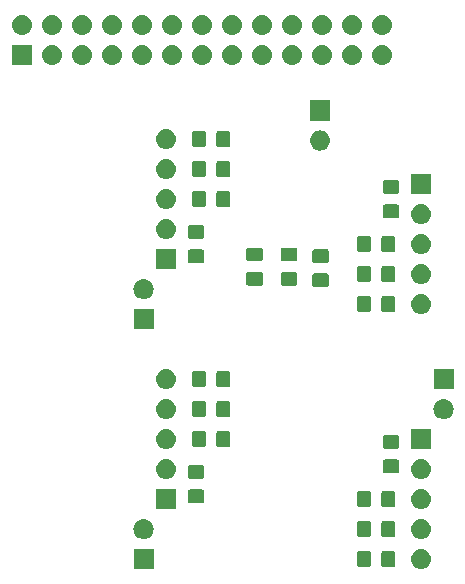
<source format=gbs>
G04 #@! TF.GenerationSoftware,KiCad,Pcbnew,(5.0.2)-1*
G04 #@! TF.CreationDate,2019-07-01T13:56:40-04:00*
G04 #@! TF.ProjectId,RPI-I2C-HUB,5250492d-4932-4432-9d48-55422e6b6963,rev?*
G04 #@! TF.SameCoordinates,Original*
G04 #@! TF.FileFunction,Soldermask,Bot*
G04 #@! TF.FilePolarity,Negative*
%FSLAX46Y46*%
G04 Gerber Fmt 4.6, Leading zero omitted, Abs format (unit mm)*
G04 Created by KiCad (PCBNEW (5.0.2)-1) date 7/1/2019 1:56:40 PM*
%MOMM*%
%LPD*%
G01*
G04 APERTURE LIST*
%ADD10C,0.150000*%
G04 APERTURE END LIST*
D10*
G36*
X35726630Y-46152299D02*
X35886855Y-46200903D01*
X36034520Y-46279831D01*
X36163949Y-46386051D01*
X36270169Y-46515480D01*
X36349097Y-46663145D01*
X36397701Y-46823370D01*
X36414112Y-46990000D01*
X36397701Y-47156630D01*
X36349097Y-47316855D01*
X36270169Y-47464520D01*
X36163949Y-47593949D01*
X36034520Y-47700169D01*
X35886855Y-47779097D01*
X35726630Y-47827701D01*
X35601752Y-47840000D01*
X35518248Y-47840000D01*
X35393370Y-47827701D01*
X35233145Y-47779097D01*
X35085480Y-47700169D01*
X34956051Y-47593949D01*
X34849831Y-47464520D01*
X34770903Y-47316855D01*
X34722299Y-47156630D01*
X34705888Y-46990000D01*
X34722299Y-46823370D01*
X34770903Y-46663145D01*
X34849831Y-46515480D01*
X34956051Y-46386051D01*
X35085480Y-46279831D01*
X35233145Y-46200903D01*
X35393370Y-46152299D01*
X35518248Y-46140000D01*
X35601752Y-46140000D01*
X35726630Y-46152299D01*
X35726630Y-46152299D01*
G37*
G36*
X12915000Y-47840000D02*
X11215000Y-47840000D01*
X11215000Y-46140000D01*
X12915000Y-46140000D01*
X12915000Y-47840000D01*
X12915000Y-47840000D01*
G37*
G36*
X31155522Y-46294039D02*
X31189053Y-46304211D01*
X31219960Y-46320731D01*
X31247043Y-46342957D01*
X31269269Y-46370040D01*
X31285789Y-46400947D01*
X31295961Y-46434478D01*
X31300000Y-46475487D01*
X31300000Y-47504513D01*
X31295961Y-47545522D01*
X31285789Y-47579053D01*
X31269269Y-47609960D01*
X31247043Y-47637043D01*
X31219960Y-47659269D01*
X31189053Y-47675789D01*
X31155522Y-47685961D01*
X31114513Y-47690000D01*
X30335487Y-47690000D01*
X30294478Y-47685961D01*
X30260947Y-47675789D01*
X30230040Y-47659269D01*
X30202957Y-47637043D01*
X30180731Y-47609960D01*
X30164211Y-47579053D01*
X30154039Y-47545522D01*
X30150000Y-47504513D01*
X30150000Y-46475487D01*
X30154039Y-46434478D01*
X30164211Y-46400947D01*
X30180731Y-46370040D01*
X30202957Y-46342957D01*
X30230040Y-46320731D01*
X30260947Y-46304211D01*
X30294478Y-46294039D01*
X30335487Y-46290000D01*
X31114513Y-46290000D01*
X31155522Y-46294039D01*
X31155522Y-46294039D01*
G37*
G36*
X33205522Y-46294039D02*
X33239053Y-46304211D01*
X33269960Y-46320731D01*
X33297043Y-46342957D01*
X33319269Y-46370040D01*
X33335789Y-46400947D01*
X33345961Y-46434478D01*
X33350000Y-46475487D01*
X33350000Y-47504513D01*
X33345961Y-47545522D01*
X33335789Y-47579053D01*
X33319269Y-47609960D01*
X33297043Y-47637043D01*
X33269960Y-47659269D01*
X33239053Y-47675789D01*
X33205522Y-47685961D01*
X33164513Y-47690000D01*
X32385487Y-47690000D01*
X32344478Y-47685961D01*
X32310947Y-47675789D01*
X32280040Y-47659269D01*
X32252957Y-47637043D01*
X32230731Y-47609960D01*
X32214211Y-47579053D01*
X32204039Y-47545522D01*
X32200000Y-47504513D01*
X32200000Y-46475487D01*
X32204039Y-46434478D01*
X32214211Y-46400947D01*
X32230731Y-46370040D01*
X32252957Y-46342957D01*
X32280040Y-46320731D01*
X32310947Y-46304211D01*
X32344478Y-46294039D01*
X32385487Y-46290000D01*
X33164513Y-46290000D01*
X33205522Y-46294039D01*
X33205522Y-46294039D01*
G37*
G36*
X35726630Y-43612299D02*
X35886855Y-43660903D01*
X36034520Y-43739831D01*
X36163949Y-43846051D01*
X36270169Y-43975480D01*
X36349097Y-44123145D01*
X36397701Y-44283370D01*
X36414112Y-44450000D01*
X36397701Y-44616630D01*
X36349097Y-44776855D01*
X36270169Y-44924520D01*
X36163949Y-45053949D01*
X36034520Y-45160169D01*
X35886855Y-45239097D01*
X35726630Y-45287701D01*
X35601752Y-45300000D01*
X35518248Y-45300000D01*
X35393370Y-45287701D01*
X35233145Y-45239097D01*
X35085480Y-45160169D01*
X34956051Y-45053949D01*
X34849831Y-44924520D01*
X34770903Y-44776855D01*
X34722299Y-44616630D01*
X34705888Y-44450000D01*
X34722299Y-44283370D01*
X34770903Y-44123145D01*
X34849831Y-43975480D01*
X34956051Y-43846051D01*
X35085480Y-43739831D01*
X35233145Y-43660903D01*
X35393370Y-43612299D01*
X35518248Y-43600000D01*
X35601752Y-43600000D01*
X35726630Y-43612299D01*
X35726630Y-43612299D01*
G37*
G36*
X12231630Y-43612299D02*
X12391855Y-43660903D01*
X12539520Y-43739831D01*
X12668949Y-43846051D01*
X12775169Y-43975480D01*
X12854097Y-44123145D01*
X12902701Y-44283370D01*
X12919112Y-44450000D01*
X12902701Y-44616630D01*
X12854097Y-44776855D01*
X12775169Y-44924520D01*
X12668949Y-45053949D01*
X12539520Y-45160169D01*
X12391855Y-45239097D01*
X12231630Y-45287701D01*
X12106752Y-45300000D01*
X12023248Y-45300000D01*
X11898370Y-45287701D01*
X11738145Y-45239097D01*
X11590480Y-45160169D01*
X11461051Y-45053949D01*
X11354831Y-44924520D01*
X11275903Y-44776855D01*
X11227299Y-44616630D01*
X11210888Y-44450000D01*
X11227299Y-44283370D01*
X11275903Y-44123145D01*
X11354831Y-43975480D01*
X11461051Y-43846051D01*
X11590480Y-43739831D01*
X11738145Y-43660903D01*
X11898370Y-43612299D01*
X12023248Y-43600000D01*
X12106752Y-43600000D01*
X12231630Y-43612299D01*
X12231630Y-43612299D01*
G37*
G36*
X33205522Y-43754039D02*
X33239053Y-43764211D01*
X33269960Y-43780731D01*
X33297043Y-43802957D01*
X33319269Y-43830040D01*
X33335789Y-43860947D01*
X33345961Y-43894478D01*
X33350000Y-43935487D01*
X33350000Y-44964513D01*
X33345961Y-45005522D01*
X33335789Y-45039053D01*
X33319269Y-45069960D01*
X33297043Y-45097043D01*
X33269960Y-45119269D01*
X33239053Y-45135789D01*
X33205522Y-45145961D01*
X33164513Y-45150000D01*
X32385487Y-45150000D01*
X32344478Y-45145961D01*
X32310947Y-45135789D01*
X32280040Y-45119269D01*
X32252957Y-45097043D01*
X32230731Y-45069960D01*
X32214211Y-45039053D01*
X32204039Y-45005522D01*
X32200000Y-44964513D01*
X32200000Y-43935487D01*
X32204039Y-43894478D01*
X32214211Y-43860947D01*
X32230731Y-43830040D01*
X32252957Y-43802957D01*
X32280040Y-43780731D01*
X32310947Y-43764211D01*
X32344478Y-43754039D01*
X32385487Y-43750000D01*
X33164513Y-43750000D01*
X33205522Y-43754039D01*
X33205522Y-43754039D01*
G37*
G36*
X31155522Y-43754039D02*
X31189053Y-43764211D01*
X31219960Y-43780731D01*
X31247043Y-43802957D01*
X31269269Y-43830040D01*
X31285789Y-43860947D01*
X31295961Y-43894478D01*
X31300000Y-43935487D01*
X31300000Y-44964513D01*
X31295961Y-45005522D01*
X31285789Y-45039053D01*
X31269269Y-45069960D01*
X31247043Y-45097043D01*
X31219960Y-45119269D01*
X31189053Y-45135789D01*
X31155522Y-45145961D01*
X31114513Y-45150000D01*
X30335487Y-45150000D01*
X30294478Y-45145961D01*
X30260947Y-45135789D01*
X30230040Y-45119269D01*
X30202957Y-45097043D01*
X30180731Y-45069960D01*
X30164211Y-45039053D01*
X30154039Y-45005522D01*
X30150000Y-44964513D01*
X30150000Y-43935487D01*
X30154039Y-43894478D01*
X30164211Y-43860947D01*
X30180731Y-43830040D01*
X30202957Y-43802957D01*
X30230040Y-43780731D01*
X30260947Y-43764211D01*
X30294478Y-43754039D01*
X30335487Y-43750000D01*
X31114513Y-43750000D01*
X31155522Y-43754039D01*
X31155522Y-43754039D01*
G37*
G36*
X14820000Y-42760000D02*
X13120000Y-42760000D01*
X13120000Y-41060000D01*
X14820000Y-41060000D01*
X14820000Y-42760000D01*
X14820000Y-42760000D01*
G37*
G36*
X35726630Y-41072299D02*
X35886855Y-41120903D01*
X36034520Y-41199831D01*
X36163949Y-41306051D01*
X36270169Y-41435480D01*
X36349097Y-41583145D01*
X36397701Y-41743370D01*
X36414112Y-41910000D01*
X36397701Y-42076630D01*
X36349097Y-42236855D01*
X36270169Y-42384520D01*
X36163949Y-42513949D01*
X36034520Y-42620169D01*
X35886855Y-42699097D01*
X35726630Y-42747701D01*
X35601752Y-42760000D01*
X35518248Y-42760000D01*
X35393370Y-42747701D01*
X35233145Y-42699097D01*
X35085480Y-42620169D01*
X34956051Y-42513949D01*
X34849831Y-42384520D01*
X34770903Y-42236855D01*
X34722299Y-42076630D01*
X34705888Y-41910000D01*
X34722299Y-41743370D01*
X34770903Y-41583145D01*
X34849831Y-41435480D01*
X34956051Y-41306051D01*
X35085480Y-41199831D01*
X35233145Y-41120903D01*
X35393370Y-41072299D01*
X35518248Y-41060000D01*
X35601752Y-41060000D01*
X35726630Y-41072299D01*
X35726630Y-41072299D01*
G37*
G36*
X33205522Y-41214039D02*
X33239053Y-41224211D01*
X33269960Y-41240731D01*
X33297043Y-41262957D01*
X33319269Y-41290040D01*
X33335789Y-41320947D01*
X33345961Y-41354478D01*
X33350000Y-41395487D01*
X33350000Y-42424513D01*
X33345961Y-42465522D01*
X33335789Y-42499053D01*
X33319269Y-42529960D01*
X33297043Y-42557043D01*
X33269960Y-42579269D01*
X33239053Y-42595789D01*
X33205522Y-42605961D01*
X33164513Y-42610000D01*
X32385487Y-42610000D01*
X32344478Y-42605961D01*
X32310947Y-42595789D01*
X32280040Y-42579269D01*
X32252957Y-42557043D01*
X32230731Y-42529960D01*
X32214211Y-42499053D01*
X32204039Y-42465522D01*
X32200000Y-42424513D01*
X32200000Y-41395487D01*
X32204039Y-41354478D01*
X32214211Y-41320947D01*
X32230731Y-41290040D01*
X32252957Y-41262957D01*
X32280040Y-41240731D01*
X32310947Y-41224211D01*
X32344478Y-41214039D01*
X32385487Y-41210000D01*
X33164513Y-41210000D01*
X33205522Y-41214039D01*
X33205522Y-41214039D01*
G37*
G36*
X31155522Y-41214039D02*
X31189053Y-41224211D01*
X31219960Y-41240731D01*
X31247043Y-41262957D01*
X31269269Y-41290040D01*
X31285789Y-41320947D01*
X31295961Y-41354478D01*
X31300000Y-41395487D01*
X31300000Y-42424513D01*
X31295961Y-42465522D01*
X31285789Y-42499053D01*
X31269269Y-42529960D01*
X31247043Y-42557043D01*
X31219960Y-42579269D01*
X31189053Y-42595789D01*
X31155522Y-42605961D01*
X31114513Y-42610000D01*
X30335487Y-42610000D01*
X30294478Y-42605961D01*
X30260947Y-42595789D01*
X30230040Y-42579269D01*
X30202957Y-42557043D01*
X30180731Y-42529960D01*
X30164211Y-42499053D01*
X30154039Y-42465522D01*
X30150000Y-42424513D01*
X30150000Y-41395487D01*
X30154039Y-41354478D01*
X30164211Y-41320947D01*
X30180731Y-41290040D01*
X30202957Y-41262957D01*
X30230040Y-41240731D01*
X30260947Y-41224211D01*
X30294478Y-41214039D01*
X30335487Y-41210000D01*
X31114513Y-41210000D01*
X31155522Y-41214039D01*
X31155522Y-41214039D01*
G37*
G36*
X17065522Y-41094039D02*
X17099053Y-41104211D01*
X17129960Y-41120731D01*
X17157043Y-41142957D01*
X17179269Y-41170040D01*
X17195789Y-41200947D01*
X17205961Y-41234478D01*
X17210000Y-41275487D01*
X17210000Y-42054513D01*
X17205961Y-42095522D01*
X17195789Y-42129053D01*
X17179269Y-42159960D01*
X17157043Y-42187043D01*
X17129960Y-42209269D01*
X17099053Y-42225789D01*
X17065522Y-42235961D01*
X17024513Y-42240000D01*
X15995487Y-42240000D01*
X15954478Y-42235961D01*
X15920947Y-42225789D01*
X15890040Y-42209269D01*
X15862957Y-42187043D01*
X15840731Y-42159960D01*
X15824211Y-42129053D01*
X15814039Y-42095522D01*
X15810000Y-42054513D01*
X15810000Y-41275487D01*
X15814039Y-41234478D01*
X15824211Y-41200947D01*
X15840731Y-41170040D01*
X15862957Y-41142957D01*
X15890040Y-41120731D01*
X15920947Y-41104211D01*
X15954478Y-41094039D01*
X15995487Y-41090000D01*
X17024513Y-41090000D01*
X17065522Y-41094039D01*
X17065522Y-41094039D01*
G37*
G36*
X14136630Y-38532299D02*
X14296855Y-38580903D01*
X14444520Y-38659831D01*
X14573949Y-38766051D01*
X14680169Y-38895480D01*
X14759097Y-39043145D01*
X14807701Y-39203370D01*
X14824112Y-39370000D01*
X14807701Y-39536630D01*
X14759097Y-39696855D01*
X14680169Y-39844520D01*
X14573949Y-39973949D01*
X14444520Y-40080169D01*
X14296855Y-40159097D01*
X14136630Y-40207701D01*
X14011752Y-40220000D01*
X13928248Y-40220000D01*
X13803370Y-40207701D01*
X13643145Y-40159097D01*
X13495480Y-40080169D01*
X13366051Y-39973949D01*
X13259831Y-39844520D01*
X13180903Y-39696855D01*
X13132299Y-39536630D01*
X13115888Y-39370000D01*
X13132299Y-39203370D01*
X13180903Y-39043145D01*
X13259831Y-38895480D01*
X13366051Y-38766051D01*
X13495480Y-38659831D01*
X13643145Y-38580903D01*
X13803370Y-38532299D01*
X13928248Y-38520000D01*
X14011752Y-38520000D01*
X14136630Y-38532299D01*
X14136630Y-38532299D01*
G37*
G36*
X35726630Y-38532299D02*
X35886855Y-38580903D01*
X36034520Y-38659831D01*
X36163949Y-38766051D01*
X36270169Y-38895480D01*
X36349097Y-39043145D01*
X36397701Y-39203370D01*
X36414112Y-39370000D01*
X36397701Y-39536630D01*
X36349097Y-39696855D01*
X36270169Y-39844520D01*
X36163949Y-39973949D01*
X36034520Y-40080169D01*
X35886855Y-40159097D01*
X35726630Y-40207701D01*
X35601752Y-40220000D01*
X35518248Y-40220000D01*
X35393370Y-40207701D01*
X35233145Y-40159097D01*
X35085480Y-40080169D01*
X34956051Y-39973949D01*
X34849831Y-39844520D01*
X34770903Y-39696855D01*
X34722299Y-39536630D01*
X34705888Y-39370000D01*
X34722299Y-39203370D01*
X34770903Y-39043145D01*
X34849831Y-38895480D01*
X34956051Y-38766051D01*
X35085480Y-38659831D01*
X35233145Y-38580903D01*
X35393370Y-38532299D01*
X35518248Y-38520000D01*
X35601752Y-38520000D01*
X35726630Y-38532299D01*
X35726630Y-38532299D01*
G37*
G36*
X17065522Y-39044039D02*
X17099053Y-39054211D01*
X17129960Y-39070731D01*
X17157043Y-39092957D01*
X17179269Y-39120040D01*
X17195789Y-39150947D01*
X17205961Y-39184478D01*
X17210000Y-39225487D01*
X17210000Y-40004513D01*
X17205961Y-40045522D01*
X17195789Y-40079053D01*
X17179269Y-40109960D01*
X17157043Y-40137043D01*
X17129960Y-40159269D01*
X17099053Y-40175789D01*
X17065522Y-40185961D01*
X17024513Y-40190000D01*
X15995487Y-40190000D01*
X15954478Y-40185961D01*
X15920947Y-40175789D01*
X15890040Y-40159269D01*
X15862957Y-40137043D01*
X15840731Y-40109960D01*
X15824211Y-40079053D01*
X15814039Y-40045522D01*
X15810000Y-40004513D01*
X15810000Y-39225487D01*
X15814039Y-39184478D01*
X15824211Y-39150947D01*
X15840731Y-39120040D01*
X15862957Y-39092957D01*
X15890040Y-39070731D01*
X15920947Y-39054211D01*
X15954478Y-39044039D01*
X15995487Y-39040000D01*
X17024513Y-39040000D01*
X17065522Y-39044039D01*
X17065522Y-39044039D01*
G37*
G36*
X33575522Y-38554039D02*
X33609053Y-38564211D01*
X33639960Y-38580731D01*
X33667043Y-38602957D01*
X33689269Y-38630040D01*
X33705789Y-38660947D01*
X33715961Y-38694478D01*
X33720000Y-38735487D01*
X33720000Y-39514513D01*
X33715961Y-39555522D01*
X33705789Y-39589053D01*
X33689269Y-39619960D01*
X33667043Y-39647043D01*
X33639960Y-39669269D01*
X33609053Y-39685789D01*
X33575522Y-39695961D01*
X33534513Y-39700000D01*
X32505487Y-39700000D01*
X32464478Y-39695961D01*
X32430947Y-39685789D01*
X32400040Y-39669269D01*
X32372957Y-39647043D01*
X32350731Y-39619960D01*
X32334211Y-39589053D01*
X32324039Y-39555522D01*
X32320000Y-39514513D01*
X32320000Y-38735487D01*
X32324039Y-38694478D01*
X32334211Y-38660947D01*
X32350731Y-38630040D01*
X32372957Y-38602957D01*
X32400040Y-38580731D01*
X32430947Y-38564211D01*
X32464478Y-38554039D01*
X32505487Y-38550000D01*
X33534513Y-38550000D01*
X33575522Y-38554039D01*
X33575522Y-38554039D01*
G37*
G36*
X14136630Y-35992299D02*
X14296855Y-36040903D01*
X14444520Y-36119831D01*
X14573949Y-36226051D01*
X14680169Y-36355480D01*
X14759097Y-36503145D01*
X14807701Y-36663370D01*
X14824112Y-36830000D01*
X14807701Y-36996630D01*
X14759097Y-37156855D01*
X14680169Y-37304520D01*
X14573949Y-37433949D01*
X14444520Y-37540169D01*
X14296855Y-37619097D01*
X14136630Y-37667701D01*
X14011752Y-37680000D01*
X13928248Y-37680000D01*
X13803370Y-37667701D01*
X13643145Y-37619097D01*
X13495480Y-37540169D01*
X13366051Y-37433949D01*
X13259831Y-37304520D01*
X13180903Y-37156855D01*
X13132299Y-36996630D01*
X13115888Y-36830000D01*
X13132299Y-36663370D01*
X13180903Y-36503145D01*
X13259831Y-36355480D01*
X13366051Y-36226051D01*
X13495480Y-36119831D01*
X13643145Y-36040903D01*
X13803370Y-35992299D01*
X13928248Y-35980000D01*
X14011752Y-35980000D01*
X14136630Y-35992299D01*
X14136630Y-35992299D01*
G37*
G36*
X36410000Y-37680000D02*
X34710000Y-37680000D01*
X34710000Y-35980000D01*
X36410000Y-35980000D01*
X36410000Y-37680000D01*
X36410000Y-37680000D01*
G37*
G36*
X33575522Y-36504039D02*
X33609053Y-36514211D01*
X33639960Y-36530731D01*
X33667043Y-36552957D01*
X33689269Y-36580040D01*
X33705789Y-36610947D01*
X33715961Y-36644478D01*
X33720000Y-36685487D01*
X33720000Y-37464513D01*
X33715961Y-37505522D01*
X33705789Y-37539053D01*
X33689269Y-37569960D01*
X33667043Y-37597043D01*
X33639960Y-37619269D01*
X33609053Y-37635789D01*
X33575522Y-37645961D01*
X33534513Y-37650000D01*
X32505487Y-37650000D01*
X32464478Y-37645961D01*
X32430947Y-37635789D01*
X32400040Y-37619269D01*
X32372957Y-37597043D01*
X32350731Y-37569960D01*
X32334211Y-37539053D01*
X32324039Y-37505522D01*
X32320000Y-37464513D01*
X32320000Y-36685487D01*
X32324039Y-36644478D01*
X32334211Y-36610947D01*
X32350731Y-36580040D01*
X32372957Y-36552957D01*
X32400040Y-36530731D01*
X32430947Y-36514211D01*
X32464478Y-36504039D01*
X32505487Y-36500000D01*
X33534513Y-36500000D01*
X33575522Y-36504039D01*
X33575522Y-36504039D01*
G37*
G36*
X19235522Y-36134039D02*
X19269053Y-36144211D01*
X19299960Y-36160731D01*
X19327043Y-36182957D01*
X19349269Y-36210040D01*
X19365789Y-36240947D01*
X19375961Y-36274478D01*
X19380000Y-36315487D01*
X19380000Y-37344513D01*
X19375961Y-37385522D01*
X19365789Y-37419053D01*
X19349269Y-37449960D01*
X19327043Y-37477043D01*
X19299960Y-37499269D01*
X19269053Y-37515789D01*
X19235522Y-37525961D01*
X19194513Y-37530000D01*
X18415487Y-37530000D01*
X18374478Y-37525961D01*
X18340947Y-37515789D01*
X18310040Y-37499269D01*
X18282957Y-37477043D01*
X18260731Y-37449960D01*
X18244211Y-37419053D01*
X18234039Y-37385522D01*
X18230000Y-37344513D01*
X18230000Y-36315487D01*
X18234039Y-36274478D01*
X18244211Y-36240947D01*
X18260731Y-36210040D01*
X18282957Y-36182957D01*
X18310040Y-36160731D01*
X18340947Y-36144211D01*
X18374478Y-36134039D01*
X18415487Y-36130000D01*
X19194513Y-36130000D01*
X19235522Y-36134039D01*
X19235522Y-36134039D01*
G37*
G36*
X17185522Y-36134039D02*
X17219053Y-36144211D01*
X17249960Y-36160731D01*
X17277043Y-36182957D01*
X17299269Y-36210040D01*
X17315789Y-36240947D01*
X17325961Y-36274478D01*
X17330000Y-36315487D01*
X17330000Y-37344513D01*
X17325961Y-37385522D01*
X17315789Y-37419053D01*
X17299269Y-37449960D01*
X17277043Y-37477043D01*
X17249960Y-37499269D01*
X17219053Y-37515789D01*
X17185522Y-37525961D01*
X17144513Y-37530000D01*
X16365487Y-37530000D01*
X16324478Y-37525961D01*
X16290947Y-37515789D01*
X16260040Y-37499269D01*
X16232957Y-37477043D01*
X16210731Y-37449960D01*
X16194211Y-37419053D01*
X16184039Y-37385522D01*
X16180000Y-37344513D01*
X16180000Y-36315487D01*
X16184039Y-36274478D01*
X16194211Y-36240947D01*
X16210731Y-36210040D01*
X16232957Y-36182957D01*
X16260040Y-36160731D01*
X16290947Y-36144211D01*
X16324478Y-36134039D01*
X16365487Y-36130000D01*
X17144513Y-36130000D01*
X17185522Y-36134039D01*
X17185522Y-36134039D01*
G37*
G36*
X37631630Y-33452299D02*
X37791855Y-33500903D01*
X37939520Y-33579831D01*
X38068949Y-33686051D01*
X38175169Y-33815480D01*
X38254097Y-33963145D01*
X38302701Y-34123370D01*
X38319112Y-34290000D01*
X38302701Y-34456630D01*
X38254097Y-34616855D01*
X38175169Y-34764520D01*
X38068949Y-34893949D01*
X37939520Y-35000169D01*
X37791855Y-35079097D01*
X37631630Y-35127701D01*
X37506752Y-35140000D01*
X37423248Y-35140000D01*
X37298370Y-35127701D01*
X37138145Y-35079097D01*
X36990480Y-35000169D01*
X36861051Y-34893949D01*
X36754831Y-34764520D01*
X36675903Y-34616855D01*
X36627299Y-34456630D01*
X36610888Y-34290000D01*
X36627299Y-34123370D01*
X36675903Y-33963145D01*
X36754831Y-33815480D01*
X36861051Y-33686051D01*
X36990480Y-33579831D01*
X37138145Y-33500903D01*
X37298370Y-33452299D01*
X37423248Y-33440000D01*
X37506752Y-33440000D01*
X37631630Y-33452299D01*
X37631630Y-33452299D01*
G37*
G36*
X14136630Y-33452299D02*
X14296855Y-33500903D01*
X14444520Y-33579831D01*
X14573949Y-33686051D01*
X14680169Y-33815480D01*
X14759097Y-33963145D01*
X14807701Y-34123370D01*
X14824112Y-34290000D01*
X14807701Y-34456630D01*
X14759097Y-34616855D01*
X14680169Y-34764520D01*
X14573949Y-34893949D01*
X14444520Y-35000169D01*
X14296855Y-35079097D01*
X14136630Y-35127701D01*
X14011752Y-35140000D01*
X13928248Y-35140000D01*
X13803370Y-35127701D01*
X13643145Y-35079097D01*
X13495480Y-35000169D01*
X13366051Y-34893949D01*
X13259831Y-34764520D01*
X13180903Y-34616855D01*
X13132299Y-34456630D01*
X13115888Y-34290000D01*
X13132299Y-34123370D01*
X13180903Y-33963145D01*
X13259831Y-33815480D01*
X13366051Y-33686051D01*
X13495480Y-33579831D01*
X13643145Y-33500903D01*
X13803370Y-33452299D01*
X13928248Y-33440000D01*
X14011752Y-33440000D01*
X14136630Y-33452299D01*
X14136630Y-33452299D01*
G37*
G36*
X17185522Y-33594039D02*
X17219053Y-33604211D01*
X17249960Y-33620731D01*
X17277043Y-33642957D01*
X17299269Y-33670040D01*
X17315789Y-33700947D01*
X17325961Y-33734478D01*
X17330000Y-33775487D01*
X17330000Y-34804513D01*
X17325961Y-34845522D01*
X17315789Y-34879053D01*
X17299269Y-34909960D01*
X17277043Y-34937043D01*
X17249960Y-34959269D01*
X17219053Y-34975789D01*
X17185522Y-34985961D01*
X17144513Y-34990000D01*
X16365487Y-34990000D01*
X16324478Y-34985961D01*
X16290947Y-34975789D01*
X16260040Y-34959269D01*
X16232957Y-34937043D01*
X16210731Y-34909960D01*
X16194211Y-34879053D01*
X16184039Y-34845522D01*
X16180000Y-34804513D01*
X16180000Y-33775487D01*
X16184039Y-33734478D01*
X16194211Y-33700947D01*
X16210731Y-33670040D01*
X16232957Y-33642957D01*
X16260040Y-33620731D01*
X16290947Y-33604211D01*
X16324478Y-33594039D01*
X16365487Y-33590000D01*
X17144513Y-33590000D01*
X17185522Y-33594039D01*
X17185522Y-33594039D01*
G37*
G36*
X19235522Y-33594039D02*
X19269053Y-33604211D01*
X19299960Y-33620731D01*
X19327043Y-33642957D01*
X19349269Y-33670040D01*
X19365789Y-33700947D01*
X19375961Y-33734478D01*
X19380000Y-33775487D01*
X19380000Y-34804513D01*
X19375961Y-34845522D01*
X19365789Y-34879053D01*
X19349269Y-34909960D01*
X19327043Y-34937043D01*
X19299960Y-34959269D01*
X19269053Y-34975789D01*
X19235522Y-34985961D01*
X19194513Y-34990000D01*
X18415487Y-34990000D01*
X18374478Y-34985961D01*
X18340947Y-34975789D01*
X18310040Y-34959269D01*
X18282957Y-34937043D01*
X18260731Y-34909960D01*
X18244211Y-34879053D01*
X18234039Y-34845522D01*
X18230000Y-34804513D01*
X18230000Y-33775487D01*
X18234039Y-33734478D01*
X18244211Y-33700947D01*
X18260731Y-33670040D01*
X18282957Y-33642957D01*
X18310040Y-33620731D01*
X18340947Y-33604211D01*
X18374478Y-33594039D01*
X18415487Y-33590000D01*
X19194513Y-33590000D01*
X19235522Y-33594039D01*
X19235522Y-33594039D01*
G37*
G36*
X14136630Y-30912299D02*
X14296855Y-30960903D01*
X14444520Y-31039831D01*
X14573949Y-31146051D01*
X14680169Y-31275480D01*
X14759097Y-31423145D01*
X14807701Y-31583370D01*
X14824112Y-31750000D01*
X14807701Y-31916630D01*
X14759097Y-32076855D01*
X14680169Y-32224520D01*
X14573949Y-32353949D01*
X14444520Y-32460169D01*
X14296855Y-32539097D01*
X14136630Y-32587701D01*
X14011752Y-32600000D01*
X13928248Y-32600000D01*
X13803370Y-32587701D01*
X13643145Y-32539097D01*
X13495480Y-32460169D01*
X13366051Y-32353949D01*
X13259831Y-32224520D01*
X13180903Y-32076855D01*
X13132299Y-31916630D01*
X13115888Y-31750000D01*
X13132299Y-31583370D01*
X13180903Y-31423145D01*
X13259831Y-31275480D01*
X13366051Y-31146051D01*
X13495480Y-31039831D01*
X13643145Y-30960903D01*
X13803370Y-30912299D01*
X13928248Y-30900000D01*
X14011752Y-30900000D01*
X14136630Y-30912299D01*
X14136630Y-30912299D01*
G37*
G36*
X38315000Y-32600000D02*
X36615000Y-32600000D01*
X36615000Y-30900000D01*
X38315000Y-30900000D01*
X38315000Y-32600000D01*
X38315000Y-32600000D01*
G37*
G36*
X19235522Y-31054039D02*
X19269053Y-31064211D01*
X19299960Y-31080731D01*
X19327043Y-31102957D01*
X19349269Y-31130040D01*
X19365789Y-31160947D01*
X19375961Y-31194478D01*
X19380000Y-31235487D01*
X19380000Y-32264513D01*
X19375961Y-32305522D01*
X19365789Y-32339053D01*
X19349269Y-32369960D01*
X19327043Y-32397043D01*
X19299960Y-32419269D01*
X19269053Y-32435789D01*
X19235522Y-32445961D01*
X19194513Y-32450000D01*
X18415487Y-32450000D01*
X18374478Y-32445961D01*
X18340947Y-32435789D01*
X18310040Y-32419269D01*
X18282957Y-32397043D01*
X18260731Y-32369960D01*
X18244211Y-32339053D01*
X18234039Y-32305522D01*
X18230000Y-32264513D01*
X18230000Y-31235487D01*
X18234039Y-31194478D01*
X18244211Y-31160947D01*
X18260731Y-31130040D01*
X18282957Y-31102957D01*
X18310040Y-31080731D01*
X18340947Y-31064211D01*
X18374478Y-31054039D01*
X18415487Y-31050000D01*
X19194513Y-31050000D01*
X19235522Y-31054039D01*
X19235522Y-31054039D01*
G37*
G36*
X17185522Y-31054039D02*
X17219053Y-31064211D01*
X17249960Y-31080731D01*
X17277043Y-31102957D01*
X17299269Y-31130040D01*
X17315789Y-31160947D01*
X17325961Y-31194478D01*
X17330000Y-31235487D01*
X17330000Y-32264513D01*
X17325961Y-32305522D01*
X17315789Y-32339053D01*
X17299269Y-32369960D01*
X17277043Y-32397043D01*
X17249960Y-32419269D01*
X17219053Y-32435789D01*
X17185522Y-32445961D01*
X17144513Y-32450000D01*
X16365487Y-32450000D01*
X16324478Y-32445961D01*
X16290947Y-32435789D01*
X16260040Y-32419269D01*
X16232957Y-32397043D01*
X16210731Y-32369960D01*
X16194211Y-32339053D01*
X16184039Y-32305522D01*
X16180000Y-32264513D01*
X16180000Y-31235487D01*
X16184039Y-31194478D01*
X16194211Y-31160947D01*
X16210731Y-31130040D01*
X16232957Y-31102957D01*
X16260040Y-31080731D01*
X16290947Y-31064211D01*
X16324478Y-31054039D01*
X16365487Y-31050000D01*
X17144513Y-31050000D01*
X17185522Y-31054039D01*
X17185522Y-31054039D01*
G37*
G36*
X12915000Y-27520000D02*
X11215000Y-27520000D01*
X11215000Y-25820000D01*
X12915000Y-25820000D01*
X12915000Y-27520000D01*
X12915000Y-27520000D01*
G37*
G36*
X35726630Y-24562299D02*
X35886855Y-24610903D01*
X36034520Y-24689831D01*
X36163949Y-24796051D01*
X36270169Y-24925480D01*
X36349097Y-25073145D01*
X36397701Y-25233370D01*
X36414112Y-25400000D01*
X36397701Y-25566630D01*
X36349097Y-25726855D01*
X36270169Y-25874520D01*
X36163949Y-26003949D01*
X36034520Y-26110169D01*
X35886855Y-26189097D01*
X35726630Y-26237701D01*
X35601752Y-26250000D01*
X35518248Y-26250000D01*
X35393370Y-26237701D01*
X35233145Y-26189097D01*
X35085480Y-26110169D01*
X34956051Y-26003949D01*
X34849831Y-25874520D01*
X34770903Y-25726855D01*
X34722299Y-25566630D01*
X34705888Y-25400000D01*
X34722299Y-25233370D01*
X34770903Y-25073145D01*
X34849831Y-24925480D01*
X34956051Y-24796051D01*
X35085480Y-24689831D01*
X35233145Y-24610903D01*
X35393370Y-24562299D01*
X35518248Y-24550000D01*
X35601752Y-24550000D01*
X35726630Y-24562299D01*
X35726630Y-24562299D01*
G37*
G36*
X31155522Y-24704039D02*
X31189053Y-24714211D01*
X31219960Y-24730731D01*
X31247043Y-24752957D01*
X31269269Y-24780040D01*
X31285789Y-24810947D01*
X31295961Y-24844478D01*
X31300000Y-24885487D01*
X31300000Y-25914513D01*
X31295961Y-25955522D01*
X31285789Y-25989053D01*
X31269269Y-26019960D01*
X31247043Y-26047043D01*
X31219960Y-26069269D01*
X31189053Y-26085789D01*
X31155522Y-26095961D01*
X31114513Y-26100000D01*
X30335487Y-26100000D01*
X30294478Y-26095961D01*
X30260947Y-26085789D01*
X30230040Y-26069269D01*
X30202957Y-26047043D01*
X30180731Y-26019960D01*
X30164211Y-25989053D01*
X30154039Y-25955522D01*
X30150000Y-25914513D01*
X30150000Y-24885487D01*
X30154039Y-24844478D01*
X30164211Y-24810947D01*
X30180731Y-24780040D01*
X30202957Y-24752957D01*
X30230040Y-24730731D01*
X30260947Y-24714211D01*
X30294478Y-24704039D01*
X30335487Y-24700000D01*
X31114513Y-24700000D01*
X31155522Y-24704039D01*
X31155522Y-24704039D01*
G37*
G36*
X33205522Y-24704039D02*
X33239053Y-24714211D01*
X33269960Y-24730731D01*
X33297043Y-24752957D01*
X33319269Y-24780040D01*
X33335789Y-24810947D01*
X33345961Y-24844478D01*
X33350000Y-24885487D01*
X33350000Y-25914513D01*
X33345961Y-25955522D01*
X33335789Y-25989053D01*
X33319269Y-26019960D01*
X33297043Y-26047043D01*
X33269960Y-26069269D01*
X33239053Y-26085789D01*
X33205522Y-26095961D01*
X33164513Y-26100000D01*
X32385487Y-26100000D01*
X32344478Y-26095961D01*
X32310947Y-26085789D01*
X32280040Y-26069269D01*
X32252957Y-26047043D01*
X32230731Y-26019960D01*
X32214211Y-25989053D01*
X32204039Y-25955522D01*
X32200000Y-25914513D01*
X32200000Y-24885487D01*
X32204039Y-24844478D01*
X32214211Y-24810947D01*
X32230731Y-24780040D01*
X32252957Y-24752957D01*
X32280040Y-24730731D01*
X32310947Y-24714211D01*
X32344478Y-24704039D01*
X32385487Y-24700000D01*
X33164513Y-24700000D01*
X33205522Y-24704039D01*
X33205522Y-24704039D01*
G37*
G36*
X12231630Y-23292299D02*
X12391855Y-23340903D01*
X12539520Y-23419831D01*
X12668949Y-23526051D01*
X12775169Y-23655480D01*
X12854097Y-23803145D01*
X12902701Y-23963370D01*
X12919112Y-24130000D01*
X12902701Y-24296630D01*
X12854097Y-24456855D01*
X12775169Y-24604520D01*
X12668949Y-24733949D01*
X12539520Y-24840169D01*
X12391855Y-24919097D01*
X12231630Y-24967701D01*
X12106752Y-24980000D01*
X12023248Y-24980000D01*
X11898370Y-24967701D01*
X11738145Y-24919097D01*
X11590480Y-24840169D01*
X11461051Y-24733949D01*
X11354831Y-24604520D01*
X11275903Y-24456855D01*
X11227299Y-24296630D01*
X11210888Y-24130000D01*
X11227299Y-23963370D01*
X11275903Y-23803145D01*
X11354831Y-23655480D01*
X11461051Y-23526051D01*
X11590480Y-23419831D01*
X11738145Y-23340903D01*
X11898370Y-23292299D01*
X12023248Y-23280000D01*
X12106752Y-23280000D01*
X12231630Y-23292299D01*
X12231630Y-23292299D01*
G37*
G36*
X27606522Y-22806039D02*
X27640053Y-22816211D01*
X27670960Y-22832731D01*
X27698043Y-22854957D01*
X27720269Y-22882040D01*
X27736789Y-22912947D01*
X27746961Y-22946478D01*
X27751000Y-22987487D01*
X27751000Y-23766513D01*
X27746961Y-23807522D01*
X27736789Y-23841053D01*
X27720269Y-23871960D01*
X27698043Y-23899043D01*
X27670960Y-23921269D01*
X27640053Y-23937789D01*
X27606522Y-23947961D01*
X27565513Y-23952000D01*
X26536487Y-23952000D01*
X26495478Y-23947961D01*
X26461947Y-23937789D01*
X26431040Y-23921269D01*
X26403957Y-23899043D01*
X26381731Y-23871960D01*
X26365211Y-23841053D01*
X26355039Y-23807522D01*
X26351000Y-23766513D01*
X26351000Y-22987487D01*
X26355039Y-22946478D01*
X26365211Y-22912947D01*
X26381731Y-22882040D01*
X26403957Y-22854957D01*
X26431040Y-22832731D01*
X26461947Y-22816211D01*
X26495478Y-22806039D01*
X26536487Y-22802000D01*
X27565513Y-22802000D01*
X27606522Y-22806039D01*
X27606522Y-22806039D01*
G37*
G36*
X24939522Y-22679039D02*
X24973053Y-22689211D01*
X25003960Y-22705731D01*
X25031043Y-22727957D01*
X25053269Y-22755040D01*
X25069789Y-22785947D01*
X25079961Y-22819478D01*
X25084000Y-22860487D01*
X25084000Y-23639513D01*
X25079961Y-23680522D01*
X25069789Y-23714053D01*
X25053269Y-23744960D01*
X25031043Y-23772043D01*
X25003960Y-23794269D01*
X24973053Y-23810789D01*
X24939522Y-23820961D01*
X24898513Y-23825000D01*
X23869487Y-23825000D01*
X23828478Y-23820961D01*
X23794947Y-23810789D01*
X23764040Y-23794269D01*
X23736957Y-23772043D01*
X23714731Y-23744960D01*
X23698211Y-23714053D01*
X23688039Y-23680522D01*
X23684000Y-23639513D01*
X23684000Y-22860487D01*
X23688039Y-22819478D01*
X23698211Y-22785947D01*
X23714731Y-22755040D01*
X23736957Y-22727957D01*
X23764040Y-22705731D01*
X23794947Y-22689211D01*
X23828478Y-22679039D01*
X23869487Y-22675000D01*
X24898513Y-22675000D01*
X24939522Y-22679039D01*
X24939522Y-22679039D01*
G37*
G36*
X22018522Y-22679039D02*
X22052053Y-22689211D01*
X22082960Y-22705731D01*
X22110043Y-22727957D01*
X22132269Y-22755040D01*
X22148789Y-22785947D01*
X22158961Y-22819478D01*
X22163000Y-22860487D01*
X22163000Y-23639513D01*
X22158961Y-23680522D01*
X22148789Y-23714053D01*
X22132269Y-23744960D01*
X22110043Y-23772043D01*
X22082960Y-23794269D01*
X22052053Y-23810789D01*
X22018522Y-23820961D01*
X21977513Y-23825000D01*
X20948487Y-23825000D01*
X20907478Y-23820961D01*
X20873947Y-23810789D01*
X20843040Y-23794269D01*
X20815957Y-23772043D01*
X20793731Y-23744960D01*
X20777211Y-23714053D01*
X20767039Y-23680522D01*
X20763000Y-23639513D01*
X20763000Y-22860487D01*
X20767039Y-22819478D01*
X20777211Y-22785947D01*
X20793731Y-22755040D01*
X20815957Y-22727957D01*
X20843040Y-22705731D01*
X20873947Y-22689211D01*
X20907478Y-22679039D01*
X20948487Y-22675000D01*
X21977513Y-22675000D01*
X22018522Y-22679039D01*
X22018522Y-22679039D01*
G37*
G36*
X35726630Y-22022299D02*
X35886855Y-22070903D01*
X36034520Y-22149831D01*
X36163949Y-22256051D01*
X36270169Y-22385480D01*
X36349097Y-22533145D01*
X36397701Y-22693370D01*
X36414112Y-22860000D01*
X36397701Y-23026630D01*
X36349097Y-23186855D01*
X36270169Y-23334520D01*
X36163949Y-23463949D01*
X36034520Y-23570169D01*
X35886855Y-23649097D01*
X35726630Y-23697701D01*
X35601752Y-23710000D01*
X35518248Y-23710000D01*
X35393370Y-23697701D01*
X35233145Y-23649097D01*
X35085480Y-23570169D01*
X34956051Y-23463949D01*
X34849831Y-23334520D01*
X34770903Y-23186855D01*
X34722299Y-23026630D01*
X34705888Y-22860000D01*
X34722299Y-22693370D01*
X34770903Y-22533145D01*
X34849831Y-22385480D01*
X34956051Y-22256051D01*
X35085480Y-22149831D01*
X35233145Y-22070903D01*
X35393370Y-22022299D01*
X35518248Y-22010000D01*
X35601752Y-22010000D01*
X35726630Y-22022299D01*
X35726630Y-22022299D01*
G37*
G36*
X33205522Y-22164039D02*
X33239053Y-22174211D01*
X33269960Y-22190731D01*
X33297043Y-22212957D01*
X33319269Y-22240040D01*
X33335789Y-22270947D01*
X33345961Y-22304478D01*
X33350000Y-22345487D01*
X33350000Y-23374513D01*
X33345961Y-23415522D01*
X33335789Y-23449053D01*
X33319269Y-23479960D01*
X33297043Y-23507043D01*
X33269960Y-23529269D01*
X33239053Y-23545789D01*
X33205522Y-23555961D01*
X33164513Y-23560000D01*
X32385487Y-23560000D01*
X32344478Y-23555961D01*
X32310947Y-23545789D01*
X32280040Y-23529269D01*
X32252957Y-23507043D01*
X32230731Y-23479960D01*
X32214211Y-23449053D01*
X32204039Y-23415522D01*
X32200000Y-23374513D01*
X32200000Y-22345487D01*
X32204039Y-22304478D01*
X32214211Y-22270947D01*
X32230731Y-22240040D01*
X32252957Y-22212957D01*
X32280040Y-22190731D01*
X32310947Y-22174211D01*
X32344478Y-22164039D01*
X32385487Y-22160000D01*
X33164513Y-22160000D01*
X33205522Y-22164039D01*
X33205522Y-22164039D01*
G37*
G36*
X31155522Y-22164039D02*
X31189053Y-22174211D01*
X31219960Y-22190731D01*
X31247043Y-22212957D01*
X31269269Y-22240040D01*
X31285789Y-22270947D01*
X31295961Y-22304478D01*
X31300000Y-22345487D01*
X31300000Y-23374513D01*
X31295961Y-23415522D01*
X31285789Y-23449053D01*
X31269269Y-23479960D01*
X31247043Y-23507043D01*
X31219960Y-23529269D01*
X31189053Y-23545789D01*
X31155522Y-23555961D01*
X31114513Y-23560000D01*
X30335487Y-23560000D01*
X30294478Y-23555961D01*
X30260947Y-23545789D01*
X30230040Y-23529269D01*
X30202957Y-23507043D01*
X30180731Y-23479960D01*
X30164211Y-23449053D01*
X30154039Y-23415522D01*
X30150000Y-23374513D01*
X30150000Y-22345487D01*
X30154039Y-22304478D01*
X30164211Y-22270947D01*
X30180731Y-22240040D01*
X30202957Y-22212957D01*
X30230040Y-22190731D01*
X30260947Y-22174211D01*
X30294478Y-22164039D01*
X30335487Y-22160000D01*
X31114513Y-22160000D01*
X31155522Y-22164039D01*
X31155522Y-22164039D01*
G37*
G36*
X14820000Y-22440000D02*
X13120000Y-22440000D01*
X13120000Y-20740000D01*
X14820000Y-20740000D01*
X14820000Y-22440000D01*
X14820000Y-22440000D01*
G37*
G36*
X17065522Y-20774039D02*
X17099053Y-20784211D01*
X17129960Y-20800731D01*
X17157043Y-20822957D01*
X17179269Y-20850040D01*
X17195789Y-20880947D01*
X17205961Y-20914478D01*
X17210000Y-20955487D01*
X17210000Y-21734513D01*
X17205961Y-21775522D01*
X17195789Y-21809053D01*
X17179269Y-21839960D01*
X17157043Y-21867043D01*
X17129960Y-21889269D01*
X17099053Y-21905789D01*
X17065522Y-21915961D01*
X17024513Y-21920000D01*
X15995487Y-21920000D01*
X15954478Y-21915961D01*
X15920947Y-21905789D01*
X15890040Y-21889269D01*
X15862957Y-21867043D01*
X15840731Y-21839960D01*
X15824211Y-21809053D01*
X15814039Y-21775522D01*
X15810000Y-21734513D01*
X15810000Y-20955487D01*
X15814039Y-20914478D01*
X15824211Y-20880947D01*
X15840731Y-20850040D01*
X15862957Y-20822957D01*
X15890040Y-20800731D01*
X15920947Y-20784211D01*
X15954478Y-20774039D01*
X15995487Y-20770000D01*
X17024513Y-20770000D01*
X17065522Y-20774039D01*
X17065522Y-20774039D01*
G37*
G36*
X27606522Y-20756039D02*
X27640053Y-20766211D01*
X27670960Y-20782731D01*
X27698043Y-20804957D01*
X27720269Y-20832040D01*
X27736789Y-20862947D01*
X27746961Y-20896478D01*
X27751000Y-20937487D01*
X27751000Y-21716513D01*
X27746961Y-21757522D01*
X27736789Y-21791053D01*
X27720269Y-21821960D01*
X27698043Y-21849043D01*
X27670960Y-21871269D01*
X27640053Y-21887789D01*
X27606522Y-21897961D01*
X27565513Y-21902000D01*
X26536487Y-21902000D01*
X26495478Y-21897961D01*
X26461947Y-21887789D01*
X26431040Y-21871269D01*
X26403957Y-21849043D01*
X26381731Y-21821960D01*
X26365211Y-21791053D01*
X26355039Y-21757522D01*
X26351000Y-21716513D01*
X26351000Y-20937487D01*
X26355039Y-20896478D01*
X26365211Y-20862947D01*
X26381731Y-20832040D01*
X26403957Y-20804957D01*
X26431040Y-20782731D01*
X26461947Y-20766211D01*
X26495478Y-20756039D01*
X26536487Y-20752000D01*
X27565513Y-20752000D01*
X27606522Y-20756039D01*
X27606522Y-20756039D01*
G37*
G36*
X24939522Y-20629039D02*
X24973053Y-20639211D01*
X25003960Y-20655731D01*
X25031043Y-20677957D01*
X25053269Y-20705040D01*
X25069789Y-20735947D01*
X25079961Y-20769478D01*
X25084000Y-20810487D01*
X25084000Y-21589513D01*
X25079961Y-21630522D01*
X25069789Y-21664053D01*
X25053269Y-21694960D01*
X25031043Y-21722043D01*
X25003960Y-21744269D01*
X24973053Y-21760789D01*
X24939522Y-21770961D01*
X24898513Y-21775000D01*
X23869487Y-21775000D01*
X23828478Y-21770961D01*
X23794947Y-21760789D01*
X23764040Y-21744269D01*
X23736957Y-21722043D01*
X23714731Y-21694960D01*
X23698211Y-21664053D01*
X23688039Y-21630522D01*
X23684000Y-21589513D01*
X23684000Y-20810487D01*
X23688039Y-20769478D01*
X23698211Y-20735947D01*
X23714731Y-20705040D01*
X23736957Y-20677957D01*
X23764040Y-20655731D01*
X23794947Y-20639211D01*
X23828478Y-20629039D01*
X23869487Y-20625000D01*
X24898513Y-20625000D01*
X24939522Y-20629039D01*
X24939522Y-20629039D01*
G37*
G36*
X22018522Y-20629039D02*
X22052053Y-20639211D01*
X22082960Y-20655731D01*
X22110043Y-20677957D01*
X22132269Y-20705040D01*
X22148789Y-20735947D01*
X22158961Y-20769478D01*
X22163000Y-20810487D01*
X22163000Y-21589513D01*
X22158961Y-21630522D01*
X22148789Y-21664053D01*
X22132269Y-21694960D01*
X22110043Y-21722043D01*
X22082960Y-21744269D01*
X22052053Y-21760789D01*
X22018522Y-21770961D01*
X21977513Y-21775000D01*
X20948487Y-21775000D01*
X20907478Y-21770961D01*
X20873947Y-21760789D01*
X20843040Y-21744269D01*
X20815957Y-21722043D01*
X20793731Y-21694960D01*
X20777211Y-21664053D01*
X20767039Y-21630522D01*
X20763000Y-21589513D01*
X20763000Y-20810487D01*
X20767039Y-20769478D01*
X20777211Y-20735947D01*
X20793731Y-20705040D01*
X20815957Y-20677957D01*
X20843040Y-20655731D01*
X20873947Y-20639211D01*
X20907478Y-20629039D01*
X20948487Y-20625000D01*
X21977513Y-20625000D01*
X22018522Y-20629039D01*
X22018522Y-20629039D01*
G37*
G36*
X35726630Y-19482299D02*
X35886855Y-19530903D01*
X36034520Y-19609831D01*
X36163949Y-19716051D01*
X36270169Y-19845480D01*
X36349097Y-19993145D01*
X36397701Y-20153370D01*
X36414112Y-20320000D01*
X36397701Y-20486630D01*
X36349097Y-20646855D01*
X36270169Y-20794520D01*
X36163949Y-20923949D01*
X36034520Y-21030169D01*
X35886855Y-21109097D01*
X35726630Y-21157701D01*
X35601752Y-21170000D01*
X35518248Y-21170000D01*
X35393370Y-21157701D01*
X35233145Y-21109097D01*
X35085480Y-21030169D01*
X34956051Y-20923949D01*
X34849831Y-20794520D01*
X34770903Y-20646855D01*
X34722299Y-20486630D01*
X34705888Y-20320000D01*
X34722299Y-20153370D01*
X34770903Y-19993145D01*
X34849831Y-19845480D01*
X34956051Y-19716051D01*
X35085480Y-19609831D01*
X35233145Y-19530903D01*
X35393370Y-19482299D01*
X35518248Y-19470000D01*
X35601752Y-19470000D01*
X35726630Y-19482299D01*
X35726630Y-19482299D01*
G37*
G36*
X31155522Y-19624039D02*
X31189053Y-19634211D01*
X31219960Y-19650731D01*
X31247043Y-19672957D01*
X31269269Y-19700040D01*
X31285789Y-19730947D01*
X31295961Y-19764478D01*
X31300000Y-19805487D01*
X31300000Y-20834513D01*
X31295961Y-20875522D01*
X31285789Y-20909053D01*
X31269269Y-20939960D01*
X31247043Y-20967043D01*
X31219960Y-20989269D01*
X31189053Y-21005789D01*
X31155522Y-21015961D01*
X31114513Y-21020000D01*
X30335487Y-21020000D01*
X30294478Y-21015961D01*
X30260947Y-21005789D01*
X30230040Y-20989269D01*
X30202957Y-20967043D01*
X30180731Y-20939960D01*
X30164211Y-20909053D01*
X30154039Y-20875522D01*
X30150000Y-20834513D01*
X30150000Y-19805487D01*
X30154039Y-19764478D01*
X30164211Y-19730947D01*
X30180731Y-19700040D01*
X30202957Y-19672957D01*
X30230040Y-19650731D01*
X30260947Y-19634211D01*
X30294478Y-19624039D01*
X30335487Y-19620000D01*
X31114513Y-19620000D01*
X31155522Y-19624039D01*
X31155522Y-19624039D01*
G37*
G36*
X33205522Y-19624039D02*
X33239053Y-19634211D01*
X33269960Y-19650731D01*
X33297043Y-19672957D01*
X33319269Y-19700040D01*
X33335789Y-19730947D01*
X33345961Y-19764478D01*
X33350000Y-19805487D01*
X33350000Y-20834513D01*
X33345961Y-20875522D01*
X33335789Y-20909053D01*
X33319269Y-20939960D01*
X33297043Y-20967043D01*
X33269960Y-20989269D01*
X33239053Y-21005789D01*
X33205522Y-21015961D01*
X33164513Y-21020000D01*
X32385487Y-21020000D01*
X32344478Y-21015961D01*
X32310947Y-21005789D01*
X32280040Y-20989269D01*
X32252957Y-20967043D01*
X32230731Y-20939960D01*
X32214211Y-20909053D01*
X32204039Y-20875522D01*
X32200000Y-20834513D01*
X32200000Y-19805487D01*
X32204039Y-19764478D01*
X32214211Y-19730947D01*
X32230731Y-19700040D01*
X32252957Y-19672957D01*
X32280040Y-19650731D01*
X32310947Y-19634211D01*
X32344478Y-19624039D01*
X32385487Y-19620000D01*
X33164513Y-19620000D01*
X33205522Y-19624039D01*
X33205522Y-19624039D01*
G37*
G36*
X14136630Y-18212299D02*
X14296855Y-18260903D01*
X14444520Y-18339831D01*
X14573949Y-18446051D01*
X14680169Y-18575480D01*
X14759097Y-18723145D01*
X14807701Y-18883370D01*
X14824112Y-19050000D01*
X14807701Y-19216630D01*
X14759097Y-19376855D01*
X14680169Y-19524520D01*
X14573949Y-19653949D01*
X14444520Y-19760169D01*
X14296855Y-19839097D01*
X14136630Y-19887701D01*
X14011752Y-19900000D01*
X13928248Y-19900000D01*
X13803370Y-19887701D01*
X13643145Y-19839097D01*
X13495480Y-19760169D01*
X13366051Y-19653949D01*
X13259831Y-19524520D01*
X13180903Y-19376855D01*
X13132299Y-19216630D01*
X13115888Y-19050000D01*
X13132299Y-18883370D01*
X13180903Y-18723145D01*
X13259831Y-18575480D01*
X13366051Y-18446051D01*
X13495480Y-18339831D01*
X13643145Y-18260903D01*
X13803370Y-18212299D01*
X13928248Y-18200000D01*
X14011752Y-18200000D01*
X14136630Y-18212299D01*
X14136630Y-18212299D01*
G37*
G36*
X17065522Y-18724039D02*
X17099053Y-18734211D01*
X17129960Y-18750731D01*
X17157043Y-18772957D01*
X17179269Y-18800040D01*
X17195789Y-18830947D01*
X17205961Y-18864478D01*
X17210000Y-18905487D01*
X17210000Y-19684513D01*
X17205961Y-19725522D01*
X17195789Y-19759053D01*
X17179269Y-19789960D01*
X17157043Y-19817043D01*
X17129960Y-19839269D01*
X17099053Y-19855789D01*
X17065522Y-19865961D01*
X17024513Y-19870000D01*
X15995487Y-19870000D01*
X15954478Y-19865961D01*
X15920947Y-19855789D01*
X15890040Y-19839269D01*
X15862957Y-19817043D01*
X15840731Y-19789960D01*
X15824211Y-19759053D01*
X15814039Y-19725522D01*
X15810000Y-19684513D01*
X15810000Y-18905487D01*
X15814039Y-18864478D01*
X15824211Y-18830947D01*
X15840731Y-18800040D01*
X15862957Y-18772957D01*
X15890040Y-18750731D01*
X15920947Y-18734211D01*
X15954478Y-18724039D01*
X15995487Y-18720000D01*
X17024513Y-18720000D01*
X17065522Y-18724039D01*
X17065522Y-18724039D01*
G37*
G36*
X35726630Y-16942299D02*
X35886855Y-16990903D01*
X36034520Y-17069831D01*
X36163949Y-17176051D01*
X36270169Y-17305480D01*
X36349097Y-17453145D01*
X36397701Y-17613370D01*
X36414112Y-17780000D01*
X36397701Y-17946630D01*
X36349097Y-18106855D01*
X36270169Y-18254520D01*
X36163949Y-18383949D01*
X36034520Y-18490169D01*
X35886855Y-18569097D01*
X35726630Y-18617701D01*
X35601752Y-18630000D01*
X35518248Y-18630000D01*
X35393370Y-18617701D01*
X35233145Y-18569097D01*
X35085480Y-18490169D01*
X34956051Y-18383949D01*
X34849831Y-18254520D01*
X34770903Y-18106855D01*
X34722299Y-17946630D01*
X34705888Y-17780000D01*
X34722299Y-17613370D01*
X34770903Y-17453145D01*
X34849831Y-17305480D01*
X34956051Y-17176051D01*
X35085480Y-17069831D01*
X35233145Y-16990903D01*
X35393370Y-16942299D01*
X35518248Y-16930000D01*
X35601752Y-16930000D01*
X35726630Y-16942299D01*
X35726630Y-16942299D01*
G37*
G36*
X33575522Y-16964039D02*
X33609053Y-16974211D01*
X33639960Y-16990731D01*
X33667043Y-17012957D01*
X33689269Y-17040040D01*
X33705789Y-17070947D01*
X33715961Y-17104478D01*
X33720000Y-17145487D01*
X33720000Y-17924513D01*
X33715961Y-17965522D01*
X33705789Y-17999053D01*
X33689269Y-18029960D01*
X33667043Y-18057043D01*
X33639960Y-18079269D01*
X33609053Y-18095789D01*
X33575522Y-18105961D01*
X33534513Y-18110000D01*
X32505487Y-18110000D01*
X32464478Y-18105961D01*
X32430947Y-18095789D01*
X32400040Y-18079269D01*
X32372957Y-18057043D01*
X32350731Y-18029960D01*
X32334211Y-17999053D01*
X32324039Y-17965522D01*
X32320000Y-17924513D01*
X32320000Y-17145487D01*
X32324039Y-17104478D01*
X32334211Y-17070947D01*
X32350731Y-17040040D01*
X32372957Y-17012957D01*
X32400040Y-16990731D01*
X32430947Y-16974211D01*
X32464478Y-16964039D01*
X32505487Y-16960000D01*
X33534513Y-16960000D01*
X33575522Y-16964039D01*
X33575522Y-16964039D01*
G37*
G36*
X14136630Y-15672299D02*
X14296855Y-15720903D01*
X14444520Y-15799831D01*
X14573949Y-15906051D01*
X14680169Y-16035480D01*
X14759097Y-16183145D01*
X14807701Y-16343370D01*
X14824112Y-16510000D01*
X14807701Y-16676630D01*
X14759097Y-16836855D01*
X14680169Y-16984520D01*
X14573949Y-17113949D01*
X14444520Y-17220169D01*
X14296855Y-17299097D01*
X14136630Y-17347701D01*
X14011752Y-17360000D01*
X13928248Y-17360000D01*
X13803370Y-17347701D01*
X13643145Y-17299097D01*
X13495480Y-17220169D01*
X13366051Y-17113949D01*
X13259831Y-16984520D01*
X13180903Y-16836855D01*
X13132299Y-16676630D01*
X13115888Y-16510000D01*
X13132299Y-16343370D01*
X13180903Y-16183145D01*
X13259831Y-16035480D01*
X13366051Y-15906051D01*
X13495480Y-15799831D01*
X13643145Y-15720903D01*
X13803370Y-15672299D01*
X13928248Y-15660000D01*
X14011752Y-15660000D01*
X14136630Y-15672299D01*
X14136630Y-15672299D01*
G37*
G36*
X17185522Y-15814039D02*
X17219053Y-15824211D01*
X17249960Y-15840731D01*
X17277043Y-15862957D01*
X17299269Y-15890040D01*
X17315789Y-15920947D01*
X17325961Y-15954478D01*
X17330000Y-15995487D01*
X17330000Y-17024513D01*
X17325961Y-17065522D01*
X17315789Y-17099053D01*
X17299269Y-17129960D01*
X17277043Y-17157043D01*
X17249960Y-17179269D01*
X17219053Y-17195789D01*
X17185522Y-17205961D01*
X17144513Y-17210000D01*
X16365487Y-17210000D01*
X16324478Y-17205961D01*
X16290947Y-17195789D01*
X16260040Y-17179269D01*
X16232957Y-17157043D01*
X16210731Y-17129960D01*
X16194211Y-17099053D01*
X16184039Y-17065522D01*
X16180000Y-17024513D01*
X16180000Y-15995487D01*
X16184039Y-15954478D01*
X16194211Y-15920947D01*
X16210731Y-15890040D01*
X16232957Y-15862957D01*
X16260040Y-15840731D01*
X16290947Y-15824211D01*
X16324478Y-15814039D01*
X16365487Y-15810000D01*
X17144513Y-15810000D01*
X17185522Y-15814039D01*
X17185522Y-15814039D01*
G37*
G36*
X19235522Y-15814039D02*
X19269053Y-15824211D01*
X19299960Y-15840731D01*
X19327043Y-15862957D01*
X19349269Y-15890040D01*
X19365789Y-15920947D01*
X19375961Y-15954478D01*
X19380000Y-15995487D01*
X19380000Y-17024513D01*
X19375961Y-17065522D01*
X19365789Y-17099053D01*
X19349269Y-17129960D01*
X19327043Y-17157043D01*
X19299960Y-17179269D01*
X19269053Y-17195789D01*
X19235522Y-17205961D01*
X19194513Y-17210000D01*
X18415487Y-17210000D01*
X18374478Y-17205961D01*
X18340947Y-17195789D01*
X18310040Y-17179269D01*
X18282957Y-17157043D01*
X18260731Y-17129960D01*
X18244211Y-17099053D01*
X18234039Y-17065522D01*
X18230000Y-17024513D01*
X18230000Y-15995487D01*
X18234039Y-15954478D01*
X18244211Y-15920947D01*
X18260731Y-15890040D01*
X18282957Y-15862957D01*
X18310040Y-15840731D01*
X18340947Y-15824211D01*
X18374478Y-15814039D01*
X18415487Y-15810000D01*
X19194513Y-15810000D01*
X19235522Y-15814039D01*
X19235522Y-15814039D01*
G37*
G36*
X36410000Y-16090000D02*
X34710000Y-16090000D01*
X34710000Y-14390000D01*
X36410000Y-14390000D01*
X36410000Y-16090000D01*
X36410000Y-16090000D01*
G37*
G36*
X33575522Y-14914039D02*
X33609053Y-14924211D01*
X33639960Y-14940731D01*
X33667043Y-14962957D01*
X33689269Y-14990040D01*
X33705789Y-15020947D01*
X33715961Y-15054478D01*
X33720000Y-15095487D01*
X33720000Y-15874513D01*
X33715961Y-15915522D01*
X33705789Y-15949053D01*
X33689269Y-15979960D01*
X33667043Y-16007043D01*
X33639960Y-16029269D01*
X33609053Y-16045789D01*
X33575522Y-16055961D01*
X33534513Y-16060000D01*
X32505487Y-16060000D01*
X32464478Y-16055961D01*
X32430947Y-16045789D01*
X32400040Y-16029269D01*
X32372957Y-16007043D01*
X32350731Y-15979960D01*
X32334211Y-15949053D01*
X32324039Y-15915522D01*
X32320000Y-15874513D01*
X32320000Y-15095487D01*
X32324039Y-15054478D01*
X32334211Y-15020947D01*
X32350731Y-14990040D01*
X32372957Y-14962957D01*
X32400040Y-14940731D01*
X32430947Y-14924211D01*
X32464478Y-14914039D01*
X32505487Y-14910000D01*
X33534513Y-14910000D01*
X33575522Y-14914039D01*
X33575522Y-14914039D01*
G37*
G36*
X14136630Y-13132299D02*
X14296855Y-13180903D01*
X14444520Y-13259831D01*
X14573949Y-13366051D01*
X14680169Y-13495480D01*
X14759097Y-13643145D01*
X14807701Y-13803370D01*
X14824112Y-13970000D01*
X14807701Y-14136630D01*
X14759097Y-14296855D01*
X14680169Y-14444520D01*
X14573949Y-14573949D01*
X14444520Y-14680169D01*
X14296855Y-14759097D01*
X14136630Y-14807701D01*
X14011752Y-14820000D01*
X13928248Y-14820000D01*
X13803370Y-14807701D01*
X13643145Y-14759097D01*
X13495480Y-14680169D01*
X13366051Y-14573949D01*
X13259831Y-14444520D01*
X13180903Y-14296855D01*
X13132299Y-14136630D01*
X13115888Y-13970000D01*
X13132299Y-13803370D01*
X13180903Y-13643145D01*
X13259831Y-13495480D01*
X13366051Y-13366051D01*
X13495480Y-13259831D01*
X13643145Y-13180903D01*
X13803370Y-13132299D01*
X13928248Y-13120000D01*
X14011752Y-13120000D01*
X14136630Y-13132299D01*
X14136630Y-13132299D01*
G37*
G36*
X17185522Y-13274039D02*
X17219053Y-13284211D01*
X17249960Y-13300731D01*
X17277043Y-13322957D01*
X17299269Y-13350040D01*
X17315789Y-13380947D01*
X17325961Y-13414478D01*
X17330000Y-13455487D01*
X17330000Y-14484513D01*
X17325961Y-14525522D01*
X17315789Y-14559053D01*
X17299269Y-14589960D01*
X17277043Y-14617043D01*
X17249960Y-14639269D01*
X17219053Y-14655789D01*
X17185522Y-14665961D01*
X17144513Y-14670000D01*
X16365487Y-14670000D01*
X16324478Y-14665961D01*
X16290947Y-14655789D01*
X16260040Y-14639269D01*
X16232957Y-14617043D01*
X16210731Y-14589960D01*
X16194211Y-14559053D01*
X16184039Y-14525522D01*
X16180000Y-14484513D01*
X16180000Y-13455487D01*
X16184039Y-13414478D01*
X16194211Y-13380947D01*
X16210731Y-13350040D01*
X16232957Y-13322957D01*
X16260040Y-13300731D01*
X16290947Y-13284211D01*
X16324478Y-13274039D01*
X16365487Y-13270000D01*
X17144513Y-13270000D01*
X17185522Y-13274039D01*
X17185522Y-13274039D01*
G37*
G36*
X19235522Y-13274039D02*
X19269053Y-13284211D01*
X19299960Y-13300731D01*
X19327043Y-13322957D01*
X19349269Y-13350040D01*
X19365789Y-13380947D01*
X19375961Y-13414478D01*
X19380000Y-13455487D01*
X19380000Y-14484513D01*
X19375961Y-14525522D01*
X19365789Y-14559053D01*
X19349269Y-14589960D01*
X19327043Y-14617043D01*
X19299960Y-14639269D01*
X19269053Y-14655789D01*
X19235522Y-14665961D01*
X19194513Y-14670000D01*
X18415487Y-14670000D01*
X18374478Y-14665961D01*
X18340947Y-14655789D01*
X18310040Y-14639269D01*
X18282957Y-14617043D01*
X18260731Y-14589960D01*
X18244211Y-14559053D01*
X18234039Y-14525522D01*
X18230000Y-14484513D01*
X18230000Y-13455487D01*
X18234039Y-13414478D01*
X18244211Y-13380947D01*
X18260731Y-13350040D01*
X18282957Y-13322957D01*
X18310040Y-13300731D01*
X18340947Y-13284211D01*
X18374478Y-13274039D01*
X18415487Y-13270000D01*
X19194513Y-13270000D01*
X19235522Y-13274039D01*
X19235522Y-13274039D01*
G37*
G36*
X27166630Y-10702299D02*
X27326855Y-10750903D01*
X27474520Y-10829831D01*
X27603949Y-10936051D01*
X27710169Y-11065480D01*
X27789097Y-11213145D01*
X27837701Y-11373370D01*
X27854112Y-11540000D01*
X27837701Y-11706630D01*
X27789097Y-11866855D01*
X27710169Y-12014520D01*
X27603949Y-12143949D01*
X27474520Y-12250169D01*
X27326855Y-12329097D01*
X27166630Y-12377701D01*
X27041752Y-12390000D01*
X26958248Y-12390000D01*
X26833370Y-12377701D01*
X26673145Y-12329097D01*
X26525480Y-12250169D01*
X26396051Y-12143949D01*
X26289831Y-12014520D01*
X26210903Y-11866855D01*
X26162299Y-11706630D01*
X26145888Y-11540000D01*
X26162299Y-11373370D01*
X26210903Y-11213145D01*
X26289831Y-11065480D01*
X26396051Y-10936051D01*
X26525480Y-10829831D01*
X26673145Y-10750903D01*
X26833370Y-10702299D01*
X26958248Y-10690000D01*
X27041752Y-10690000D01*
X27166630Y-10702299D01*
X27166630Y-10702299D01*
G37*
G36*
X14136630Y-10592299D02*
X14296855Y-10640903D01*
X14444520Y-10719831D01*
X14573949Y-10826051D01*
X14680169Y-10955480D01*
X14759097Y-11103145D01*
X14807701Y-11263370D01*
X14824112Y-11430000D01*
X14807701Y-11596630D01*
X14759097Y-11756855D01*
X14680169Y-11904520D01*
X14573949Y-12033949D01*
X14444520Y-12140169D01*
X14296855Y-12219097D01*
X14136630Y-12267701D01*
X14011752Y-12280000D01*
X13928248Y-12280000D01*
X13803370Y-12267701D01*
X13643145Y-12219097D01*
X13495480Y-12140169D01*
X13366051Y-12033949D01*
X13259831Y-11904520D01*
X13180903Y-11756855D01*
X13132299Y-11596630D01*
X13115888Y-11430000D01*
X13132299Y-11263370D01*
X13180903Y-11103145D01*
X13259831Y-10955480D01*
X13366051Y-10826051D01*
X13495480Y-10719831D01*
X13643145Y-10640903D01*
X13803370Y-10592299D01*
X13928248Y-10580000D01*
X14011752Y-10580000D01*
X14136630Y-10592299D01*
X14136630Y-10592299D01*
G37*
G36*
X19235522Y-10734039D02*
X19269053Y-10744211D01*
X19299960Y-10760731D01*
X19327043Y-10782957D01*
X19349269Y-10810040D01*
X19365789Y-10840947D01*
X19375961Y-10874478D01*
X19380000Y-10915487D01*
X19380000Y-11944513D01*
X19375961Y-11985522D01*
X19365789Y-12019053D01*
X19349269Y-12049960D01*
X19327043Y-12077043D01*
X19299960Y-12099269D01*
X19269053Y-12115789D01*
X19235522Y-12125961D01*
X19194513Y-12130000D01*
X18415487Y-12130000D01*
X18374478Y-12125961D01*
X18340947Y-12115789D01*
X18310040Y-12099269D01*
X18282957Y-12077043D01*
X18260731Y-12049960D01*
X18244211Y-12019053D01*
X18234039Y-11985522D01*
X18230000Y-11944513D01*
X18230000Y-10915487D01*
X18234039Y-10874478D01*
X18244211Y-10840947D01*
X18260731Y-10810040D01*
X18282957Y-10782957D01*
X18310040Y-10760731D01*
X18340947Y-10744211D01*
X18374478Y-10734039D01*
X18415487Y-10730000D01*
X19194513Y-10730000D01*
X19235522Y-10734039D01*
X19235522Y-10734039D01*
G37*
G36*
X17185522Y-10734039D02*
X17219053Y-10744211D01*
X17249960Y-10760731D01*
X17277043Y-10782957D01*
X17299269Y-10810040D01*
X17315789Y-10840947D01*
X17325961Y-10874478D01*
X17330000Y-10915487D01*
X17330000Y-11944513D01*
X17325961Y-11985522D01*
X17315789Y-12019053D01*
X17299269Y-12049960D01*
X17277043Y-12077043D01*
X17249960Y-12099269D01*
X17219053Y-12115789D01*
X17185522Y-12125961D01*
X17144513Y-12130000D01*
X16365487Y-12130000D01*
X16324478Y-12125961D01*
X16290947Y-12115789D01*
X16260040Y-12099269D01*
X16232957Y-12077043D01*
X16210731Y-12049960D01*
X16194211Y-12019053D01*
X16184039Y-11985522D01*
X16180000Y-11944513D01*
X16180000Y-10915487D01*
X16184039Y-10874478D01*
X16194211Y-10840947D01*
X16210731Y-10810040D01*
X16232957Y-10782957D01*
X16260040Y-10760731D01*
X16290947Y-10744211D01*
X16324478Y-10734039D01*
X16365487Y-10730000D01*
X17144513Y-10730000D01*
X17185522Y-10734039D01*
X17185522Y-10734039D01*
G37*
G36*
X27850000Y-9850000D02*
X26150000Y-9850000D01*
X26150000Y-8150000D01*
X27850000Y-8150000D01*
X27850000Y-9850000D01*
X27850000Y-9850000D01*
G37*
G36*
X2628000Y-5155300D02*
X928000Y-5155300D01*
X928000Y-3455300D01*
X2628000Y-3455300D01*
X2628000Y-5155300D01*
X2628000Y-5155300D01*
G37*
G36*
X27344630Y-3467599D02*
X27504855Y-3516203D01*
X27652520Y-3595131D01*
X27781949Y-3701351D01*
X27888169Y-3830780D01*
X27967097Y-3978445D01*
X28015701Y-4138670D01*
X28032112Y-4305300D01*
X28015701Y-4471930D01*
X27967097Y-4632155D01*
X27888169Y-4779820D01*
X27781949Y-4909249D01*
X27652520Y-5015469D01*
X27504855Y-5094397D01*
X27344630Y-5143001D01*
X27219752Y-5155300D01*
X27136248Y-5155300D01*
X27011370Y-5143001D01*
X26851145Y-5094397D01*
X26703480Y-5015469D01*
X26574051Y-4909249D01*
X26467831Y-4779820D01*
X26388903Y-4632155D01*
X26340299Y-4471930D01*
X26323888Y-4305300D01*
X26340299Y-4138670D01*
X26388903Y-3978445D01*
X26467831Y-3830780D01*
X26574051Y-3701351D01*
X26703480Y-3595131D01*
X26851145Y-3516203D01*
X27011370Y-3467599D01*
X27136248Y-3455300D01*
X27219752Y-3455300D01*
X27344630Y-3467599D01*
X27344630Y-3467599D01*
G37*
G36*
X24804630Y-3467599D02*
X24964855Y-3516203D01*
X25112520Y-3595131D01*
X25241949Y-3701351D01*
X25348169Y-3830780D01*
X25427097Y-3978445D01*
X25475701Y-4138670D01*
X25492112Y-4305300D01*
X25475701Y-4471930D01*
X25427097Y-4632155D01*
X25348169Y-4779820D01*
X25241949Y-4909249D01*
X25112520Y-5015469D01*
X24964855Y-5094397D01*
X24804630Y-5143001D01*
X24679752Y-5155300D01*
X24596248Y-5155300D01*
X24471370Y-5143001D01*
X24311145Y-5094397D01*
X24163480Y-5015469D01*
X24034051Y-4909249D01*
X23927831Y-4779820D01*
X23848903Y-4632155D01*
X23800299Y-4471930D01*
X23783888Y-4305300D01*
X23800299Y-4138670D01*
X23848903Y-3978445D01*
X23927831Y-3830780D01*
X24034051Y-3701351D01*
X24163480Y-3595131D01*
X24311145Y-3516203D01*
X24471370Y-3467599D01*
X24596248Y-3455300D01*
X24679752Y-3455300D01*
X24804630Y-3467599D01*
X24804630Y-3467599D01*
G37*
G36*
X22264630Y-3467599D02*
X22424855Y-3516203D01*
X22572520Y-3595131D01*
X22701949Y-3701351D01*
X22808169Y-3830780D01*
X22887097Y-3978445D01*
X22935701Y-4138670D01*
X22952112Y-4305300D01*
X22935701Y-4471930D01*
X22887097Y-4632155D01*
X22808169Y-4779820D01*
X22701949Y-4909249D01*
X22572520Y-5015469D01*
X22424855Y-5094397D01*
X22264630Y-5143001D01*
X22139752Y-5155300D01*
X22056248Y-5155300D01*
X21931370Y-5143001D01*
X21771145Y-5094397D01*
X21623480Y-5015469D01*
X21494051Y-4909249D01*
X21387831Y-4779820D01*
X21308903Y-4632155D01*
X21260299Y-4471930D01*
X21243888Y-4305300D01*
X21260299Y-4138670D01*
X21308903Y-3978445D01*
X21387831Y-3830780D01*
X21494051Y-3701351D01*
X21623480Y-3595131D01*
X21771145Y-3516203D01*
X21931370Y-3467599D01*
X22056248Y-3455300D01*
X22139752Y-3455300D01*
X22264630Y-3467599D01*
X22264630Y-3467599D01*
G37*
G36*
X19724630Y-3467599D02*
X19884855Y-3516203D01*
X20032520Y-3595131D01*
X20161949Y-3701351D01*
X20268169Y-3830780D01*
X20347097Y-3978445D01*
X20395701Y-4138670D01*
X20412112Y-4305300D01*
X20395701Y-4471930D01*
X20347097Y-4632155D01*
X20268169Y-4779820D01*
X20161949Y-4909249D01*
X20032520Y-5015469D01*
X19884855Y-5094397D01*
X19724630Y-5143001D01*
X19599752Y-5155300D01*
X19516248Y-5155300D01*
X19391370Y-5143001D01*
X19231145Y-5094397D01*
X19083480Y-5015469D01*
X18954051Y-4909249D01*
X18847831Y-4779820D01*
X18768903Y-4632155D01*
X18720299Y-4471930D01*
X18703888Y-4305300D01*
X18720299Y-4138670D01*
X18768903Y-3978445D01*
X18847831Y-3830780D01*
X18954051Y-3701351D01*
X19083480Y-3595131D01*
X19231145Y-3516203D01*
X19391370Y-3467599D01*
X19516248Y-3455300D01*
X19599752Y-3455300D01*
X19724630Y-3467599D01*
X19724630Y-3467599D01*
G37*
G36*
X14644630Y-3467599D02*
X14804855Y-3516203D01*
X14952520Y-3595131D01*
X15081949Y-3701351D01*
X15188169Y-3830780D01*
X15267097Y-3978445D01*
X15315701Y-4138670D01*
X15332112Y-4305300D01*
X15315701Y-4471930D01*
X15267097Y-4632155D01*
X15188169Y-4779820D01*
X15081949Y-4909249D01*
X14952520Y-5015469D01*
X14804855Y-5094397D01*
X14644630Y-5143001D01*
X14519752Y-5155300D01*
X14436248Y-5155300D01*
X14311370Y-5143001D01*
X14151145Y-5094397D01*
X14003480Y-5015469D01*
X13874051Y-4909249D01*
X13767831Y-4779820D01*
X13688903Y-4632155D01*
X13640299Y-4471930D01*
X13623888Y-4305300D01*
X13640299Y-4138670D01*
X13688903Y-3978445D01*
X13767831Y-3830780D01*
X13874051Y-3701351D01*
X14003480Y-3595131D01*
X14151145Y-3516203D01*
X14311370Y-3467599D01*
X14436248Y-3455300D01*
X14519752Y-3455300D01*
X14644630Y-3467599D01*
X14644630Y-3467599D01*
G37*
G36*
X12104630Y-3467599D02*
X12264855Y-3516203D01*
X12412520Y-3595131D01*
X12541949Y-3701351D01*
X12648169Y-3830780D01*
X12727097Y-3978445D01*
X12775701Y-4138670D01*
X12792112Y-4305300D01*
X12775701Y-4471930D01*
X12727097Y-4632155D01*
X12648169Y-4779820D01*
X12541949Y-4909249D01*
X12412520Y-5015469D01*
X12264855Y-5094397D01*
X12104630Y-5143001D01*
X11979752Y-5155300D01*
X11896248Y-5155300D01*
X11771370Y-5143001D01*
X11611145Y-5094397D01*
X11463480Y-5015469D01*
X11334051Y-4909249D01*
X11227831Y-4779820D01*
X11148903Y-4632155D01*
X11100299Y-4471930D01*
X11083888Y-4305300D01*
X11100299Y-4138670D01*
X11148903Y-3978445D01*
X11227831Y-3830780D01*
X11334051Y-3701351D01*
X11463480Y-3595131D01*
X11611145Y-3516203D01*
X11771370Y-3467599D01*
X11896248Y-3455300D01*
X11979752Y-3455300D01*
X12104630Y-3467599D01*
X12104630Y-3467599D01*
G37*
G36*
X7024630Y-3467599D02*
X7184855Y-3516203D01*
X7332520Y-3595131D01*
X7461949Y-3701351D01*
X7568169Y-3830780D01*
X7647097Y-3978445D01*
X7695701Y-4138670D01*
X7712112Y-4305300D01*
X7695701Y-4471930D01*
X7647097Y-4632155D01*
X7568169Y-4779820D01*
X7461949Y-4909249D01*
X7332520Y-5015469D01*
X7184855Y-5094397D01*
X7024630Y-5143001D01*
X6899752Y-5155300D01*
X6816248Y-5155300D01*
X6691370Y-5143001D01*
X6531145Y-5094397D01*
X6383480Y-5015469D01*
X6254051Y-4909249D01*
X6147831Y-4779820D01*
X6068903Y-4632155D01*
X6020299Y-4471930D01*
X6003888Y-4305300D01*
X6020299Y-4138670D01*
X6068903Y-3978445D01*
X6147831Y-3830780D01*
X6254051Y-3701351D01*
X6383480Y-3595131D01*
X6531145Y-3516203D01*
X6691370Y-3467599D01*
X6816248Y-3455300D01*
X6899752Y-3455300D01*
X7024630Y-3467599D01*
X7024630Y-3467599D01*
G37*
G36*
X4484630Y-3467599D02*
X4644855Y-3516203D01*
X4792520Y-3595131D01*
X4921949Y-3701351D01*
X5028169Y-3830780D01*
X5107097Y-3978445D01*
X5155701Y-4138670D01*
X5172112Y-4305300D01*
X5155701Y-4471930D01*
X5107097Y-4632155D01*
X5028169Y-4779820D01*
X4921949Y-4909249D01*
X4792520Y-5015469D01*
X4644855Y-5094397D01*
X4484630Y-5143001D01*
X4359752Y-5155300D01*
X4276248Y-5155300D01*
X4151370Y-5143001D01*
X3991145Y-5094397D01*
X3843480Y-5015469D01*
X3714051Y-4909249D01*
X3607831Y-4779820D01*
X3528903Y-4632155D01*
X3480299Y-4471930D01*
X3463888Y-4305300D01*
X3480299Y-4138670D01*
X3528903Y-3978445D01*
X3607831Y-3830780D01*
X3714051Y-3701351D01*
X3843480Y-3595131D01*
X3991145Y-3516203D01*
X4151370Y-3467599D01*
X4276248Y-3455300D01*
X4359752Y-3455300D01*
X4484630Y-3467599D01*
X4484630Y-3467599D01*
G37*
G36*
X32424630Y-3467599D02*
X32584855Y-3516203D01*
X32732520Y-3595131D01*
X32861949Y-3701351D01*
X32968169Y-3830780D01*
X33047097Y-3978445D01*
X33095701Y-4138670D01*
X33112112Y-4305300D01*
X33095701Y-4471930D01*
X33047097Y-4632155D01*
X32968169Y-4779820D01*
X32861949Y-4909249D01*
X32732520Y-5015469D01*
X32584855Y-5094397D01*
X32424630Y-5143001D01*
X32299752Y-5155300D01*
X32216248Y-5155300D01*
X32091370Y-5143001D01*
X31931145Y-5094397D01*
X31783480Y-5015469D01*
X31654051Y-4909249D01*
X31547831Y-4779820D01*
X31468903Y-4632155D01*
X31420299Y-4471930D01*
X31403888Y-4305300D01*
X31420299Y-4138670D01*
X31468903Y-3978445D01*
X31547831Y-3830780D01*
X31654051Y-3701351D01*
X31783480Y-3595131D01*
X31931145Y-3516203D01*
X32091370Y-3467599D01*
X32216248Y-3455300D01*
X32299752Y-3455300D01*
X32424630Y-3467599D01*
X32424630Y-3467599D01*
G37*
G36*
X29884630Y-3467599D02*
X30044855Y-3516203D01*
X30192520Y-3595131D01*
X30321949Y-3701351D01*
X30428169Y-3830780D01*
X30507097Y-3978445D01*
X30555701Y-4138670D01*
X30572112Y-4305300D01*
X30555701Y-4471930D01*
X30507097Y-4632155D01*
X30428169Y-4779820D01*
X30321949Y-4909249D01*
X30192520Y-5015469D01*
X30044855Y-5094397D01*
X29884630Y-5143001D01*
X29759752Y-5155300D01*
X29676248Y-5155300D01*
X29551370Y-5143001D01*
X29391145Y-5094397D01*
X29243480Y-5015469D01*
X29114051Y-4909249D01*
X29007831Y-4779820D01*
X28928903Y-4632155D01*
X28880299Y-4471930D01*
X28863888Y-4305300D01*
X28880299Y-4138670D01*
X28928903Y-3978445D01*
X29007831Y-3830780D01*
X29114051Y-3701351D01*
X29243480Y-3595131D01*
X29391145Y-3516203D01*
X29551370Y-3467599D01*
X29676248Y-3455300D01*
X29759752Y-3455300D01*
X29884630Y-3467599D01*
X29884630Y-3467599D01*
G37*
G36*
X17184630Y-3467599D02*
X17344855Y-3516203D01*
X17492520Y-3595131D01*
X17621949Y-3701351D01*
X17728169Y-3830780D01*
X17807097Y-3978445D01*
X17855701Y-4138670D01*
X17872112Y-4305300D01*
X17855701Y-4471930D01*
X17807097Y-4632155D01*
X17728169Y-4779820D01*
X17621949Y-4909249D01*
X17492520Y-5015469D01*
X17344855Y-5094397D01*
X17184630Y-5143001D01*
X17059752Y-5155300D01*
X16976248Y-5155300D01*
X16851370Y-5143001D01*
X16691145Y-5094397D01*
X16543480Y-5015469D01*
X16414051Y-4909249D01*
X16307831Y-4779820D01*
X16228903Y-4632155D01*
X16180299Y-4471930D01*
X16163888Y-4305300D01*
X16180299Y-4138670D01*
X16228903Y-3978445D01*
X16307831Y-3830780D01*
X16414051Y-3701351D01*
X16543480Y-3595131D01*
X16691145Y-3516203D01*
X16851370Y-3467599D01*
X16976248Y-3455300D01*
X17059752Y-3455300D01*
X17184630Y-3467599D01*
X17184630Y-3467599D01*
G37*
G36*
X9564630Y-3467599D02*
X9724855Y-3516203D01*
X9872520Y-3595131D01*
X10001949Y-3701351D01*
X10108169Y-3830780D01*
X10187097Y-3978445D01*
X10235701Y-4138670D01*
X10252112Y-4305300D01*
X10235701Y-4471930D01*
X10187097Y-4632155D01*
X10108169Y-4779820D01*
X10001949Y-4909249D01*
X9872520Y-5015469D01*
X9724855Y-5094397D01*
X9564630Y-5143001D01*
X9439752Y-5155300D01*
X9356248Y-5155300D01*
X9231370Y-5143001D01*
X9071145Y-5094397D01*
X8923480Y-5015469D01*
X8794051Y-4909249D01*
X8687831Y-4779820D01*
X8608903Y-4632155D01*
X8560299Y-4471930D01*
X8543888Y-4305300D01*
X8560299Y-4138670D01*
X8608903Y-3978445D01*
X8687831Y-3830780D01*
X8794051Y-3701351D01*
X8923480Y-3595131D01*
X9071145Y-3516203D01*
X9231370Y-3467599D01*
X9356248Y-3455300D01*
X9439752Y-3455300D01*
X9564630Y-3467599D01*
X9564630Y-3467599D01*
G37*
G36*
X32424630Y-927599D02*
X32584855Y-976203D01*
X32732520Y-1055131D01*
X32861949Y-1161351D01*
X32968169Y-1290780D01*
X33047097Y-1438445D01*
X33095701Y-1598670D01*
X33112112Y-1765300D01*
X33095701Y-1931930D01*
X33047097Y-2092155D01*
X32968169Y-2239820D01*
X32861949Y-2369249D01*
X32732520Y-2475469D01*
X32584855Y-2554397D01*
X32424630Y-2603001D01*
X32299752Y-2615300D01*
X32216248Y-2615300D01*
X32091370Y-2603001D01*
X31931145Y-2554397D01*
X31783480Y-2475469D01*
X31654051Y-2369249D01*
X31547831Y-2239820D01*
X31468903Y-2092155D01*
X31420299Y-1931930D01*
X31403888Y-1765300D01*
X31420299Y-1598670D01*
X31468903Y-1438445D01*
X31547831Y-1290780D01*
X31654051Y-1161351D01*
X31783480Y-1055131D01*
X31931145Y-976203D01*
X32091370Y-927599D01*
X32216248Y-915300D01*
X32299752Y-915300D01*
X32424630Y-927599D01*
X32424630Y-927599D01*
G37*
G36*
X24804630Y-927599D02*
X24964855Y-976203D01*
X25112520Y-1055131D01*
X25241949Y-1161351D01*
X25348169Y-1290780D01*
X25427097Y-1438445D01*
X25475701Y-1598670D01*
X25492112Y-1765300D01*
X25475701Y-1931930D01*
X25427097Y-2092155D01*
X25348169Y-2239820D01*
X25241949Y-2369249D01*
X25112520Y-2475469D01*
X24964855Y-2554397D01*
X24804630Y-2603001D01*
X24679752Y-2615300D01*
X24596248Y-2615300D01*
X24471370Y-2603001D01*
X24311145Y-2554397D01*
X24163480Y-2475469D01*
X24034051Y-2369249D01*
X23927831Y-2239820D01*
X23848903Y-2092155D01*
X23800299Y-1931930D01*
X23783888Y-1765300D01*
X23800299Y-1598670D01*
X23848903Y-1438445D01*
X23927831Y-1290780D01*
X24034051Y-1161351D01*
X24163480Y-1055131D01*
X24311145Y-976203D01*
X24471370Y-927599D01*
X24596248Y-915300D01*
X24679752Y-915300D01*
X24804630Y-927599D01*
X24804630Y-927599D01*
G37*
G36*
X27344630Y-927599D02*
X27504855Y-976203D01*
X27652520Y-1055131D01*
X27781949Y-1161351D01*
X27888169Y-1290780D01*
X27967097Y-1438445D01*
X28015701Y-1598670D01*
X28032112Y-1765300D01*
X28015701Y-1931930D01*
X27967097Y-2092155D01*
X27888169Y-2239820D01*
X27781949Y-2369249D01*
X27652520Y-2475469D01*
X27504855Y-2554397D01*
X27344630Y-2603001D01*
X27219752Y-2615300D01*
X27136248Y-2615300D01*
X27011370Y-2603001D01*
X26851145Y-2554397D01*
X26703480Y-2475469D01*
X26574051Y-2369249D01*
X26467831Y-2239820D01*
X26388903Y-2092155D01*
X26340299Y-1931930D01*
X26323888Y-1765300D01*
X26340299Y-1598670D01*
X26388903Y-1438445D01*
X26467831Y-1290780D01*
X26574051Y-1161351D01*
X26703480Y-1055131D01*
X26851145Y-976203D01*
X27011370Y-927599D01*
X27136248Y-915300D01*
X27219752Y-915300D01*
X27344630Y-927599D01*
X27344630Y-927599D01*
G37*
G36*
X29884630Y-927599D02*
X30044855Y-976203D01*
X30192520Y-1055131D01*
X30321949Y-1161351D01*
X30428169Y-1290780D01*
X30507097Y-1438445D01*
X30555701Y-1598670D01*
X30572112Y-1765300D01*
X30555701Y-1931930D01*
X30507097Y-2092155D01*
X30428169Y-2239820D01*
X30321949Y-2369249D01*
X30192520Y-2475469D01*
X30044855Y-2554397D01*
X29884630Y-2603001D01*
X29759752Y-2615300D01*
X29676248Y-2615300D01*
X29551370Y-2603001D01*
X29391145Y-2554397D01*
X29243480Y-2475469D01*
X29114051Y-2369249D01*
X29007831Y-2239820D01*
X28928903Y-2092155D01*
X28880299Y-1931930D01*
X28863888Y-1765300D01*
X28880299Y-1598670D01*
X28928903Y-1438445D01*
X29007831Y-1290780D01*
X29114051Y-1161351D01*
X29243480Y-1055131D01*
X29391145Y-976203D01*
X29551370Y-927599D01*
X29676248Y-915300D01*
X29759752Y-915300D01*
X29884630Y-927599D01*
X29884630Y-927599D01*
G37*
G36*
X19724630Y-927599D02*
X19884855Y-976203D01*
X20032520Y-1055131D01*
X20161949Y-1161351D01*
X20268169Y-1290780D01*
X20347097Y-1438445D01*
X20395701Y-1598670D01*
X20412112Y-1765300D01*
X20395701Y-1931930D01*
X20347097Y-2092155D01*
X20268169Y-2239820D01*
X20161949Y-2369249D01*
X20032520Y-2475469D01*
X19884855Y-2554397D01*
X19724630Y-2603001D01*
X19599752Y-2615300D01*
X19516248Y-2615300D01*
X19391370Y-2603001D01*
X19231145Y-2554397D01*
X19083480Y-2475469D01*
X18954051Y-2369249D01*
X18847831Y-2239820D01*
X18768903Y-2092155D01*
X18720299Y-1931930D01*
X18703888Y-1765300D01*
X18720299Y-1598670D01*
X18768903Y-1438445D01*
X18847831Y-1290780D01*
X18954051Y-1161351D01*
X19083480Y-1055131D01*
X19231145Y-976203D01*
X19391370Y-927599D01*
X19516248Y-915300D01*
X19599752Y-915300D01*
X19724630Y-927599D01*
X19724630Y-927599D01*
G37*
G36*
X17184630Y-927599D02*
X17344855Y-976203D01*
X17492520Y-1055131D01*
X17621949Y-1161351D01*
X17728169Y-1290780D01*
X17807097Y-1438445D01*
X17855701Y-1598670D01*
X17872112Y-1765300D01*
X17855701Y-1931930D01*
X17807097Y-2092155D01*
X17728169Y-2239820D01*
X17621949Y-2369249D01*
X17492520Y-2475469D01*
X17344855Y-2554397D01*
X17184630Y-2603001D01*
X17059752Y-2615300D01*
X16976248Y-2615300D01*
X16851370Y-2603001D01*
X16691145Y-2554397D01*
X16543480Y-2475469D01*
X16414051Y-2369249D01*
X16307831Y-2239820D01*
X16228903Y-2092155D01*
X16180299Y-1931930D01*
X16163888Y-1765300D01*
X16180299Y-1598670D01*
X16228903Y-1438445D01*
X16307831Y-1290780D01*
X16414051Y-1161351D01*
X16543480Y-1055131D01*
X16691145Y-976203D01*
X16851370Y-927599D01*
X16976248Y-915300D01*
X17059752Y-915300D01*
X17184630Y-927599D01*
X17184630Y-927599D01*
G37*
G36*
X14644630Y-927599D02*
X14804855Y-976203D01*
X14952520Y-1055131D01*
X15081949Y-1161351D01*
X15188169Y-1290780D01*
X15267097Y-1438445D01*
X15315701Y-1598670D01*
X15332112Y-1765300D01*
X15315701Y-1931930D01*
X15267097Y-2092155D01*
X15188169Y-2239820D01*
X15081949Y-2369249D01*
X14952520Y-2475469D01*
X14804855Y-2554397D01*
X14644630Y-2603001D01*
X14519752Y-2615300D01*
X14436248Y-2615300D01*
X14311370Y-2603001D01*
X14151145Y-2554397D01*
X14003480Y-2475469D01*
X13874051Y-2369249D01*
X13767831Y-2239820D01*
X13688903Y-2092155D01*
X13640299Y-1931930D01*
X13623888Y-1765300D01*
X13640299Y-1598670D01*
X13688903Y-1438445D01*
X13767831Y-1290780D01*
X13874051Y-1161351D01*
X14003480Y-1055131D01*
X14151145Y-976203D01*
X14311370Y-927599D01*
X14436248Y-915300D01*
X14519752Y-915300D01*
X14644630Y-927599D01*
X14644630Y-927599D01*
G37*
G36*
X12104630Y-927599D02*
X12264855Y-976203D01*
X12412520Y-1055131D01*
X12541949Y-1161351D01*
X12648169Y-1290780D01*
X12727097Y-1438445D01*
X12775701Y-1598670D01*
X12792112Y-1765300D01*
X12775701Y-1931930D01*
X12727097Y-2092155D01*
X12648169Y-2239820D01*
X12541949Y-2369249D01*
X12412520Y-2475469D01*
X12264855Y-2554397D01*
X12104630Y-2603001D01*
X11979752Y-2615300D01*
X11896248Y-2615300D01*
X11771370Y-2603001D01*
X11611145Y-2554397D01*
X11463480Y-2475469D01*
X11334051Y-2369249D01*
X11227831Y-2239820D01*
X11148903Y-2092155D01*
X11100299Y-1931930D01*
X11083888Y-1765300D01*
X11100299Y-1598670D01*
X11148903Y-1438445D01*
X11227831Y-1290780D01*
X11334051Y-1161351D01*
X11463480Y-1055131D01*
X11611145Y-976203D01*
X11771370Y-927599D01*
X11896248Y-915300D01*
X11979752Y-915300D01*
X12104630Y-927599D01*
X12104630Y-927599D01*
G37*
G36*
X9564630Y-927599D02*
X9724855Y-976203D01*
X9872520Y-1055131D01*
X10001949Y-1161351D01*
X10108169Y-1290780D01*
X10187097Y-1438445D01*
X10235701Y-1598670D01*
X10252112Y-1765300D01*
X10235701Y-1931930D01*
X10187097Y-2092155D01*
X10108169Y-2239820D01*
X10001949Y-2369249D01*
X9872520Y-2475469D01*
X9724855Y-2554397D01*
X9564630Y-2603001D01*
X9439752Y-2615300D01*
X9356248Y-2615300D01*
X9231370Y-2603001D01*
X9071145Y-2554397D01*
X8923480Y-2475469D01*
X8794051Y-2369249D01*
X8687831Y-2239820D01*
X8608903Y-2092155D01*
X8560299Y-1931930D01*
X8543888Y-1765300D01*
X8560299Y-1598670D01*
X8608903Y-1438445D01*
X8687831Y-1290780D01*
X8794051Y-1161351D01*
X8923480Y-1055131D01*
X9071145Y-976203D01*
X9231370Y-927599D01*
X9356248Y-915300D01*
X9439752Y-915300D01*
X9564630Y-927599D01*
X9564630Y-927599D01*
G37*
G36*
X7024630Y-927599D02*
X7184855Y-976203D01*
X7332520Y-1055131D01*
X7461949Y-1161351D01*
X7568169Y-1290780D01*
X7647097Y-1438445D01*
X7695701Y-1598670D01*
X7712112Y-1765300D01*
X7695701Y-1931930D01*
X7647097Y-2092155D01*
X7568169Y-2239820D01*
X7461949Y-2369249D01*
X7332520Y-2475469D01*
X7184855Y-2554397D01*
X7024630Y-2603001D01*
X6899752Y-2615300D01*
X6816248Y-2615300D01*
X6691370Y-2603001D01*
X6531145Y-2554397D01*
X6383480Y-2475469D01*
X6254051Y-2369249D01*
X6147831Y-2239820D01*
X6068903Y-2092155D01*
X6020299Y-1931930D01*
X6003888Y-1765300D01*
X6020299Y-1598670D01*
X6068903Y-1438445D01*
X6147831Y-1290780D01*
X6254051Y-1161351D01*
X6383480Y-1055131D01*
X6531145Y-976203D01*
X6691370Y-927599D01*
X6816248Y-915300D01*
X6899752Y-915300D01*
X7024630Y-927599D01*
X7024630Y-927599D01*
G37*
G36*
X4484630Y-927599D02*
X4644855Y-976203D01*
X4792520Y-1055131D01*
X4921949Y-1161351D01*
X5028169Y-1290780D01*
X5107097Y-1438445D01*
X5155701Y-1598670D01*
X5172112Y-1765300D01*
X5155701Y-1931930D01*
X5107097Y-2092155D01*
X5028169Y-2239820D01*
X4921949Y-2369249D01*
X4792520Y-2475469D01*
X4644855Y-2554397D01*
X4484630Y-2603001D01*
X4359752Y-2615300D01*
X4276248Y-2615300D01*
X4151370Y-2603001D01*
X3991145Y-2554397D01*
X3843480Y-2475469D01*
X3714051Y-2369249D01*
X3607831Y-2239820D01*
X3528903Y-2092155D01*
X3480299Y-1931930D01*
X3463888Y-1765300D01*
X3480299Y-1598670D01*
X3528903Y-1438445D01*
X3607831Y-1290780D01*
X3714051Y-1161351D01*
X3843480Y-1055131D01*
X3991145Y-976203D01*
X4151370Y-927599D01*
X4276248Y-915300D01*
X4359752Y-915300D01*
X4484630Y-927599D01*
X4484630Y-927599D01*
G37*
G36*
X22264630Y-927599D02*
X22424855Y-976203D01*
X22572520Y-1055131D01*
X22701949Y-1161351D01*
X22808169Y-1290780D01*
X22887097Y-1438445D01*
X22935701Y-1598670D01*
X22952112Y-1765300D01*
X22935701Y-1931930D01*
X22887097Y-2092155D01*
X22808169Y-2239820D01*
X22701949Y-2369249D01*
X22572520Y-2475469D01*
X22424855Y-2554397D01*
X22264630Y-2603001D01*
X22139752Y-2615300D01*
X22056248Y-2615300D01*
X21931370Y-2603001D01*
X21771145Y-2554397D01*
X21623480Y-2475469D01*
X21494051Y-2369249D01*
X21387831Y-2239820D01*
X21308903Y-2092155D01*
X21260299Y-1931930D01*
X21243888Y-1765300D01*
X21260299Y-1598670D01*
X21308903Y-1438445D01*
X21387831Y-1290780D01*
X21494051Y-1161351D01*
X21623480Y-1055131D01*
X21771145Y-976203D01*
X21931370Y-927599D01*
X22056248Y-915300D01*
X22139752Y-915300D01*
X22264630Y-927599D01*
X22264630Y-927599D01*
G37*
G36*
X1944630Y-927599D02*
X2104855Y-976203D01*
X2252520Y-1055131D01*
X2381949Y-1161351D01*
X2488169Y-1290780D01*
X2567097Y-1438445D01*
X2615701Y-1598670D01*
X2632112Y-1765300D01*
X2615701Y-1931930D01*
X2567097Y-2092155D01*
X2488169Y-2239820D01*
X2381949Y-2369249D01*
X2252520Y-2475469D01*
X2104855Y-2554397D01*
X1944630Y-2603001D01*
X1819752Y-2615300D01*
X1736248Y-2615300D01*
X1611370Y-2603001D01*
X1451145Y-2554397D01*
X1303480Y-2475469D01*
X1174051Y-2369249D01*
X1067831Y-2239820D01*
X988903Y-2092155D01*
X940299Y-1931930D01*
X923888Y-1765300D01*
X940299Y-1598670D01*
X988903Y-1438445D01*
X1067831Y-1290780D01*
X1174051Y-1161351D01*
X1303480Y-1055131D01*
X1451145Y-976203D01*
X1611370Y-927599D01*
X1736248Y-915300D01*
X1819752Y-915300D01*
X1944630Y-927599D01*
X1944630Y-927599D01*
G37*
M02*

</source>
